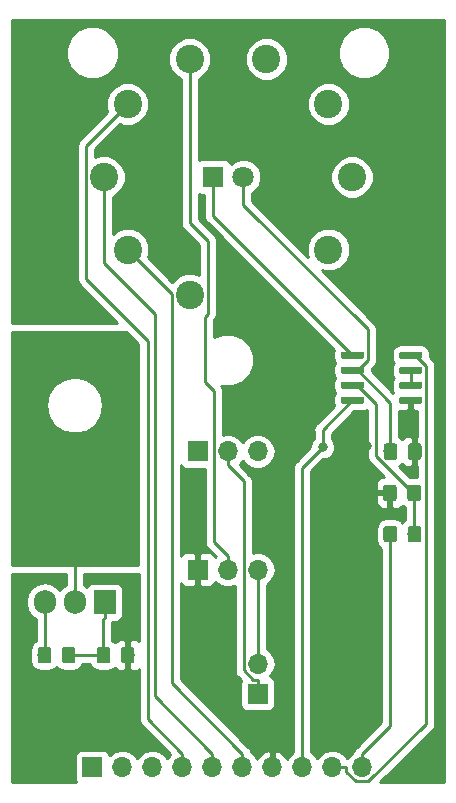
<source format=gtl>
G04 #@! TF.GenerationSoftware,KiCad,Pcbnew,(5.0.2)-1*
G04 #@! TF.CreationDate,2019-04-03T17:46:42+02:00*
G04 #@! TF.ProjectId,Corona_tubeBoard,436f726f-6e61-45f7-9475-6265426f6172,1*
G04 #@! TF.SameCoordinates,Original*
G04 #@! TF.FileFunction,Copper,L1,Top*
G04 #@! TF.FilePolarity,Positive*
%FSLAX46Y46*%
G04 Gerber Fmt 4.6, Leading zero omitted, Abs format (unit mm)*
G04 Created by KiCad (PCBNEW (5.0.2)-1) date 3-4-2019 17:46:42*
%MOMM*%
%LPD*%
G01*
G04 APERTURE LIST*
G04 #@! TA.AperFunction,Conductor*
%ADD10C,0.100000*%
G04 #@! TD*
G04 #@! TA.AperFunction,SMDPad,CuDef*
%ADD11C,0.600000*%
G04 #@! TD*
G04 #@! TA.AperFunction,ComponentPad*
%ADD12O,1.905000X2.000000*%
G04 #@! TD*
G04 #@! TA.AperFunction,ComponentPad*
%ADD13R,1.905000X2.000000*%
G04 #@! TD*
G04 #@! TA.AperFunction,ComponentPad*
%ADD14C,2.397760*%
G04 #@! TD*
G04 #@! TA.AperFunction,ComponentPad*
%ADD15R,1.700000X1.700000*%
G04 #@! TD*
G04 #@! TA.AperFunction,ComponentPad*
%ADD16O,1.700000X1.700000*%
G04 #@! TD*
G04 #@! TA.AperFunction,ComponentPad*
%ADD17C,1.800000*%
G04 #@! TD*
G04 #@! TA.AperFunction,ComponentPad*
%ADD18R,1.800000X1.800000*%
G04 #@! TD*
G04 #@! TA.AperFunction,SMDPad,CuDef*
%ADD19C,1.150000*%
G04 #@! TD*
G04 #@! TA.AperFunction,ViaPad*
%ADD20C,0.800000*%
G04 #@! TD*
G04 #@! TA.AperFunction,Conductor*
%ADD21C,0.250000*%
G04 #@! TD*
G04 #@! TA.AperFunction,Conductor*
%ADD22C,0.254000*%
G04 #@! TD*
G04 APERTURE END LIST*
D10*
G04 #@! TO.N,/+12V.tb*
G04 #@! TO.C,U6*
G36*
X35314703Y-28795722D02*
X35329264Y-28797882D01*
X35343543Y-28801459D01*
X35357403Y-28806418D01*
X35370710Y-28812712D01*
X35383336Y-28820280D01*
X35395159Y-28829048D01*
X35406066Y-28838934D01*
X35415952Y-28849841D01*
X35424720Y-28861664D01*
X35432288Y-28874290D01*
X35438582Y-28887597D01*
X35443541Y-28901457D01*
X35447118Y-28915736D01*
X35449278Y-28930297D01*
X35450000Y-28945000D01*
X35450000Y-29245000D01*
X35449278Y-29259703D01*
X35447118Y-29274264D01*
X35443541Y-29288543D01*
X35438582Y-29302403D01*
X35432288Y-29315710D01*
X35424720Y-29328336D01*
X35415952Y-29340159D01*
X35406066Y-29351066D01*
X35395159Y-29360952D01*
X35383336Y-29369720D01*
X35370710Y-29377288D01*
X35357403Y-29383582D01*
X35343543Y-29388541D01*
X35329264Y-29392118D01*
X35314703Y-29394278D01*
X35300000Y-29395000D01*
X33650000Y-29395000D01*
X33635297Y-29394278D01*
X33620736Y-29392118D01*
X33606457Y-29388541D01*
X33592597Y-29383582D01*
X33579290Y-29377288D01*
X33566664Y-29369720D01*
X33554841Y-29360952D01*
X33543934Y-29351066D01*
X33534048Y-29340159D01*
X33525280Y-29328336D01*
X33517712Y-29315710D01*
X33511418Y-29302403D01*
X33506459Y-29288543D01*
X33502882Y-29274264D01*
X33500722Y-29259703D01*
X33500000Y-29245000D01*
X33500000Y-28945000D01*
X33500722Y-28930297D01*
X33502882Y-28915736D01*
X33506459Y-28901457D01*
X33511418Y-28887597D01*
X33517712Y-28874290D01*
X33525280Y-28861664D01*
X33534048Y-28849841D01*
X33543934Y-28838934D01*
X33554841Y-28829048D01*
X33566664Y-28820280D01*
X33579290Y-28812712D01*
X33592597Y-28806418D01*
X33606457Y-28801459D01*
X33620736Y-28797882D01*
X33635297Y-28795722D01*
X33650000Y-28795000D01*
X35300000Y-28795000D01*
X35314703Y-28795722D01*
X35314703Y-28795722D01*
G37*
D11*
G04 #@! TD*
G04 #@! TO.P,U6,8*
G04 #@! TO.N,/+12V.tb*
X34475000Y-29095000D03*
D10*
G04 #@! TO.N,Net-(U6-Pad6)*
G04 #@! TO.C,U6*
G36*
X35314703Y-30065722D02*
X35329264Y-30067882D01*
X35343543Y-30071459D01*
X35357403Y-30076418D01*
X35370710Y-30082712D01*
X35383336Y-30090280D01*
X35395159Y-30099048D01*
X35406066Y-30108934D01*
X35415952Y-30119841D01*
X35424720Y-30131664D01*
X35432288Y-30144290D01*
X35438582Y-30157597D01*
X35443541Y-30171457D01*
X35447118Y-30185736D01*
X35449278Y-30200297D01*
X35450000Y-30215000D01*
X35450000Y-30515000D01*
X35449278Y-30529703D01*
X35447118Y-30544264D01*
X35443541Y-30558543D01*
X35438582Y-30572403D01*
X35432288Y-30585710D01*
X35424720Y-30598336D01*
X35415952Y-30610159D01*
X35406066Y-30621066D01*
X35395159Y-30630952D01*
X35383336Y-30639720D01*
X35370710Y-30647288D01*
X35357403Y-30653582D01*
X35343543Y-30658541D01*
X35329264Y-30662118D01*
X35314703Y-30664278D01*
X35300000Y-30665000D01*
X33650000Y-30665000D01*
X33635297Y-30664278D01*
X33620736Y-30662118D01*
X33606457Y-30658541D01*
X33592597Y-30653582D01*
X33579290Y-30647288D01*
X33566664Y-30639720D01*
X33554841Y-30630952D01*
X33543934Y-30621066D01*
X33534048Y-30610159D01*
X33525280Y-30598336D01*
X33517712Y-30585710D01*
X33511418Y-30572403D01*
X33506459Y-30558543D01*
X33502882Y-30544264D01*
X33500722Y-30529703D01*
X33500000Y-30515000D01*
X33500000Y-30215000D01*
X33500722Y-30200297D01*
X33502882Y-30185736D01*
X33506459Y-30171457D01*
X33511418Y-30157597D01*
X33517712Y-30144290D01*
X33525280Y-30131664D01*
X33534048Y-30119841D01*
X33543934Y-30108934D01*
X33554841Y-30099048D01*
X33566664Y-30090280D01*
X33579290Y-30082712D01*
X33592597Y-30076418D01*
X33606457Y-30071459D01*
X33620736Y-30067882D01*
X33635297Y-30065722D01*
X33650000Y-30065000D01*
X35300000Y-30065000D01*
X35314703Y-30065722D01*
X35314703Y-30065722D01*
G37*
D11*
G04 #@! TD*
G04 #@! TO.P,U6,7*
G04 #@! TO.N,Net-(U6-Pad6)*
X34475000Y-30365000D03*
D10*
G04 #@! TO.N,Net-(U6-Pad6)*
G04 #@! TO.C,U6*
G36*
X35314703Y-31335722D02*
X35329264Y-31337882D01*
X35343543Y-31341459D01*
X35357403Y-31346418D01*
X35370710Y-31352712D01*
X35383336Y-31360280D01*
X35395159Y-31369048D01*
X35406066Y-31378934D01*
X35415952Y-31389841D01*
X35424720Y-31401664D01*
X35432288Y-31414290D01*
X35438582Y-31427597D01*
X35443541Y-31441457D01*
X35447118Y-31455736D01*
X35449278Y-31470297D01*
X35450000Y-31485000D01*
X35450000Y-31785000D01*
X35449278Y-31799703D01*
X35447118Y-31814264D01*
X35443541Y-31828543D01*
X35438582Y-31842403D01*
X35432288Y-31855710D01*
X35424720Y-31868336D01*
X35415952Y-31880159D01*
X35406066Y-31891066D01*
X35395159Y-31900952D01*
X35383336Y-31909720D01*
X35370710Y-31917288D01*
X35357403Y-31923582D01*
X35343543Y-31928541D01*
X35329264Y-31932118D01*
X35314703Y-31934278D01*
X35300000Y-31935000D01*
X33650000Y-31935000D01*
X33635297Y-31934278D01*
X33620736Y-31932118D01*
X33606457Y-31928541D01*
X33592597Y-31923582D01*
X33579290Y-31917288D01*
X33566664Y-31909720D01*
X33554841Y-31900952D01*
X33543934Y-31891066D01*
X33534048Y-31880159D01*
X33525280Y-31868336D01*
X33517712Y-31855710D01*
X33511418Y-31842403D01*
X33506459Y-31828543D01*
X33502882Y-31814264D01*
X33500722Y-31799703D01*
X33500000Y-31785000D01*
X33500000Y-31485000D01*
X33500722Y-31470297D01*
X33502882Y-31455736D01*
X33506459Y-31441457D01*
X33511418Y-31427597D01*
X33517712Y-31414290D01*
X33525280Y-31401664D01*
X33534048Y-31389841D01*
X33543934Y-31378934D01*
X33554841Y-31369048D01*
X33566664Y-31360280D01*
X33579290Y-31352712D01*
X33592597Y-31346418D01*
X33606457Y-31341459D01*
X33620736Y-31337882D01*
X33635297Y-31335722D01*
X33650000Y-31335000D01*
X35300000Y-31335000D01*
X35314703Y-31335722D01*
X35314703Y-31335722D01*
G37*
D11*
G04 #@! TD*
G04 #@! TO.P,U6,6*
G04 #@! TO.N,Net-(U6-Pad6)*
X34475000Y-31635000D03*
D10*
G04 #@! TO.N,/gnd.tb*
G04 #@! TO.C,U6*
G36*
X35314703Y-32605722D02*
X35329264Y-32607882D01*
X35343543Y-32611459D01*
X35357403Y-32616418D01*
X35370710Y-32622712D01*
X35383336Y-32630280D01*
X35395159Y-32639048D01*
X35406066Y-32648934D01*
X35415952Y-32659841D01*
X35424720Y-32671664D01*
X35432288Y-32684290D01*
X35438582Y-32697597D01*
X35443541Y-32711457D01*
X35447118Y-32725736D01*
X35449278Y-32740297D01*
X35450000Y-32755000D01*
X35450000Y-33055000D01*
X35449278Y-33069703D01*
X35447118Y-33084264D01*
X35443541Y-33098543D01*
X35438582Y-33112403D01*
X35432288Y-33125710D01*
X35424720Y-33138336D01*
X35415952Y-33150159D01*
X35406066Y-33161066D01*
X35395159Y-33170952D01*
X35383336Y-33179720D01*
X35370710Y-33187288D01*
X35357403Y-33193582D01*
X35343543Y-33198541D01*
X35329264Y-33202118D01*
X35314703Y-33204278D01*
X35300000Y-33205000D01*
X33650000Y-33205000D01*
X33635297Y-33204278D01*
X33620736Y-33202118D01*
X33606457Y-33198541D01*
X33592597Y-33193582D01*
X33579290Y-33187288D01*
X33566664Y-33179720D01*
X33554841Y-33170952D01*
X33543934Y-33161066D01*
X33534048Y-33150159D01*
X33525280Y-33138336D01*
X33517712Y-33125710D01*
X33511418Y-33112403D01*
X33506459Y-33098543D01*
X33502882Y-33084264D01*
X33500722Y-33069703D01*
X33500000Y-33055000D01*
X33500000Y-32755000D01*
X33500722Y-32740297D01*
X33502882Y-32725736D01*
X33506459Y-32711457D01*
X33511418Y-32697597D01*
X33517712Y-32684290D01*
X33525280Y-32671664D01*
X33534048Y-32659841D01*
X33543934Y-32648934D01*
X33554841Y-32639048D01*
X33566664Y-32630280D01*
X33579290Y-32622712D01*
X33592597Y-32616418D01*
X33606457Y-32611459D01*
X33620736Y-32607882D01*
X33635297Y-32605722D01*
X33650000Y-32605000D01*
X35300000Y-32605000D01*
X35314703Y-32605722D01*
X35314703Y-32605722D01*
G37*
D11*
G04 #@! TD*
G04 #@! TO.P,U6,5*
G04 #@! TO.N,/gnd.tb*
X34475000Y-32905000D03*
D10*
G04 #@! TO.N,/-12V.tb*
G04 #@! TO.C,U6*
G36*
X30364703Y-32605722D02*
X30379264Y-32607882D01*
X30393543Y-32611459D01*
X30407403Y-32616418D01*
X30420710Y-32622712D01*
X30433336Y-32630280D01*
X30445159Y-32639048D01*
X30456066Y-32648934D01*
X30465952Y-32659841D01*
X30474720Y-32671664D01*
X30482288Y-32684290D01*
X30488582Y-32697597D01*
X30493541Y-32711457D01*
X30497118Y-32725736D01*
X30499278Y-32740297D01*
X30500000Y-32755000D01*
X30500000Y-33055000D01*
X30499278Y-33069703D01*
X30497118Y-33084264D01*
X30493541Y-33098543D01*
X30488582Y-33112403D01*
X30482288Y-33125710D01*
X30474720Y-33138336D01*
X30465952Y-33150159D01*
X30456066Y-33161066D01*
X30445159Y-33170952D01*
X30433336Y-33179720D01*
X30420710Y-33187288D01*
X30407403Y-33193582D01*
X30393543Y-33198541D01*
X30379264Y-33202118D01*
X30364703Y-33204278D01*
X30350000Y-33205000D01*
X28700000Y-33205000D01*
X28685297Y-33204278D01*
X28670736Y-33202118D01*
X28656457Y-33198541D01*
X28642597Y-33193582D01*
X28629290Y-33187288D01*
X28616664Y-33179720D01*
X28604841Y-33170952D01*
X28593934Y-33161066D01*
X28584048Y-33150159D01*
X28575280Y-33138336D01*
X28567712Y-33125710D01*
X28561418Y-33112403D01*
X28556459Y-33098543D01*
X28552882Y-33084264D01*
X28550722Y-33069703D01*
X28550000Y-33055000D01*
X28550000Y-32755000D01*
X28550722Y-32740297D01*
X28552882Y-32725736D01*
X28556459Y-32711457D01*
X28561418Y-32697597D01*
X28567712Y-32684290D01*
X28575280Y-32671664D01*
X28584048Y-32659841D01*
X28593934Y-32648934D01*
X28604841Y-32639048D01*
X28616664Y-32630280D01*
X28629290Y-32622712D01*
X28642597Y-32616418D01*
X28656457Y-32611459D01*
X28670736Y-32607882D01*
X28685297Y-32605722D01*
X28700000Y-32605000D01*
X30350000Y-32605000D01*
X30364703Y-32605722D01*
X30364703Y-32605722D01*
G37*
D11*
G04 #@! TD*
G04 #@! TO.P,U6,4*
G04 #@! TO.N,/-12V.tb*
X29525000Y-32905000D03*
D10*
G04 #@! TO.N,Net-(R102-Pad2)*
G04 #@! TO.C,U6*
G36*
X30364703Y-31335722D02*
X30379264Y-31337882D01*
X30393543Y-31341459D01*
X30407403Y-31346418D01*
X30420710Y-31352712D01*
X30433336Y-31360280D01*
X30445159Y-31369048D01*
X30456066Y-31378934D01*
X30465952Y-31389841D01*
X30474720Y-31401664D01*
X30482288Y-31414290D01*
X30488582Y-31427597D01*
X30493541Y-31441457D01*
X30497118Y-31455736D01*
X30499278Y-31470297D01*
X30500000Y-31485000D01*
X30500000Y-31785000D01*
X30499278Y-31799703D01*
X30497118Y-31814264D01*
X30493541Y-31828543D01*
X30488582Y-31842403D01*
X30482288Y-31855710D01*
X30474720Y-31868336D01*
X30465952Y-31880159D01*
X30456066Y-31891066D01*
X30445159Y-31900952D01*
X30433336Y-31909720D01*
X30420710Y-31917288D01*
X30407403Y-31923582D01*
X30393543Y-31928541D01*
X30379264Y-31932118D01*
X30364703Y-31934278D01*
X30350000Y-31935000D01*
X28700000Y-31935000D01*
X28685297Y-31934278D01*
X28670736Y-31932118D01*
X28656457Y-31928541D01*
X28642597Y-31923582D01*
X28629290Y-31917288D01*
X28616664Y-31909720D01*
X28604841Y-31900952D01*
X28593934Y-31891066D01*
X28584048Y-31880159D01*
X28575280Y-31868336D01*
X28567712Y-31855710D01*
X28561418Y-31842403D01*
X28556459Y-31828543D01*
X28552882Y-31814264D01*
X28550722Y-31799703D01*
X28550000Y-31785000D01*
X28550000Y-31485000D01*
X28550722Y-31470297D01*
X28552882Y-31455736D01*
X28556459Y-31441457D01*
X28561418Y-31427597D01*
X28567712Y-31414290D01*
X28575280Y-31401664D01*
X28584048Y-31389841D01*
X28593934Y-31378934D01*
X28604841Y-31369048D01*
X28616664Y-31360280D01*
X28629290Y-31352712D01*
X28642597Y-31346418D01*
X28656457Y-31341459D01*
X28670736Y-31337882D01*
X28685297Y-31335722D01*
X28700000Y-31335000D01*
X30350000Y-31335000D01*
X30364703Y-31335722D01*
X30364703Y-31335722D01*
G37*
D11*
G04 #@! TD*
G04 #@! TO.P,U6,3*
G04 #@! TO.N,Net-(R102-Pad2)*
X29525000Y-31635000D03*
D10*
G04 #@! TO.N,Net-(D_TUBE1-Pad2)*
G04 #@! TO.C,U6*
G36*
X30364703Y-30065722D02*
X30379264Y-30067882D01*
X30393543Y-30071459D01*
X30407403Y-30076418D01*
X30420710Y-30082712D01*
X30433336Y-30090280D01*
X30445159Y-30099048D01*
X30456066Y-30108934D01*
X30465952Y-30119841D01*
X30474720Y-30131664D01*
X30482288Y-30144290D01*
X30488582Y-30157597D01*
X30493541Y-30171457D01*
X30497118Y-30185736D01*
X30499278Y-30200297D01*
X30500000Y-30215000D01*
X30500000Y-30515000D01*
X30499278Y-30529703D01*
X30497118Y-30544264D01*
X30493541Y-30558543D01*
X30488582Y-30572403D01*
X30482288Y-30585710D01*
X30474720Y-30598336D01*
X30465952Y-30610159D01*
X30456066Y-30621066D01*
X30445159Y-30630952D01*
X30433336Y-30639720D01*
X30420710Y-30647288D01*
X30407403Y-30653582D01*
X30393543Y-30658541D01*
X30379264Y-30662118D01*
X30364703Y-30664278D01*
X30350000Y-30665000D01*
X28700000Y-30665000D01*
X28685297Y-30664278D01*
X28670736Y-30662118D01*
X28656457Y-30658541D01*
X28642597Y-30653582D01*
X28629290Y-30647288D01*
X28616664Y-30639720D01*
X28604841Y-30630952D01*
X28593934Y-30621066D01*
X28584048Y-30610159D01*
X28575280Y-30598336D01*
X28567712Y-30585710D01*
X28561418Y-30572403D01*
X28556459Y-30558543D01*
X28552882Y-30544264D01*
X28550722Y-30529703D01*
X28550000Y-30515000D01*
X28550000Y-30215000D01*
X28550722Y-30200297D01*
X28552882Y-30185736D01*
X28556459Y-30171457D01*
X28561418Y-30157597D01*
X28567712Y-30144290D01*
X28575280Y-30131664D01*
X28584048Y-30119841D01*
X28593934Y-30108934D01*
X28604841Y-30099048D01*
X28616664Y-30090280D01*
X28629290Y-30082712D01*
X28642597Y-30076418D01*
X28656457Y-30071459D01*
X28670736Y-30067882D01*
X28685297Y-30065722D01*
X28700000Y-30065000D01*
X30350000Y-30065000D01*
X30364703Y-30065722D01*
X30364703Y-30065722D01*
G37*
D11*
G04 #@! TD*
G04 #@! TO.P,U6,2*
G04 #@! TO.N,Net-(D_TUBE1-Pad2)*
X29525000Y-30365000D03*
D10*
G04 #@! TO.N,Net-(D_TUBE1-Pad1)*
G04 #@! TO.C,U6*
G36*
X30364703Y-28795722D02*
X30379264Y-28797882D01*
X30393543Y-28801459D01*
X30407403Y-28806418D01*
X30420710Y-28812712D01*
X30433336Y-28820280D01*
X30445159Y-28829048D01*
X30456066Y-28838934D01*
X30465952Y-28849841D01*
X30474720Y-28861664D01*
X30482288Y-28874290D01*
X30488582Y-28887597D01*
X30493541Y-28901457D01*
X30497118Y-28915736D01*
X30499278Y-28930297D01*
X30500000Y-28945000D01*
X30500000Y-29245000D01*
X30499278Y-29259703D01*
X30497118Y-29274264D01*
X30493541Y-29288543D01*
X30488582Y-29302403D01*
X30482288Y-29315710D01*
X30474720Y-29328336D01*
X30465952Y-29340159D01*
X30456066Y-29351066D01*
X30445159Y-29360952D01*
X30433336Y-29369720D01*
X30420710Y-29377288D01*
X30407403Y-29383582D01*
X30393543Y-29388541D01*
X30379264Y-29392118D01*
X30364703Y-29394278D01*
X30350000Y-29395000D01*
X28700000Y-29395000D01*
X28685297Y-29394278D01*
X28670736Y-29392118D01*
X28656457Y-29388541D01*
X28642597Y-29383582D01*
X28629290Y-29377288D01*
X28616664Y-29369720D01*
X28604841Y-29360952D01*
X28593934Y-29351066D01*
X28584048Y-29340159D01*
X28575280Y-29328336D01*
X28567712Y-29315710D01*
X28561418Y-29302403D01*
X28556459Y-29288543D01*
X28552882Y-29274264D01*
X28550722Y-29259703D01*
X28550000Y-29245000D01*
X28550000Y-28945000D01*
X28550722Y-28930297D01*
X28552882Y-28915736D01*
X28556459Y-28901457D01*
X28561418Y-28887597D01*
X28567712Y-28874290D01*
X28575280Y-28861664D01*
X28584048Y-28849841D01*
X28593934Y-28838934D01*
X28604841Y-28829048D01*
X28616664Y-28820280D01*
X28629290Y-28812712D01*
X28642597Y-28806418D01*
X28656457Y-28801459D01*
X28670736Y-28797882D01*
X28685297Y-28795722D01*
X28700000Y-28795000D01*
X30350000Y-28795000D01*
X30364703Y-28795722D01*
X30364703Y-28795722D01*
G37*
D11*
G04 #@! TD*
G04 #@! TO.P,U6,1*
G04 #@! TO.N,Net-(D_TUBE1-Pad1)*
X29525000Y-29095000D03*
D12*
G04 #@! TO.P,U4,3*
G04 #@! TO.N,/-6.3V.tb*
X3460000Y-50000000D03*
G04 #@! TO.P,U4,2*
G04 #@! TO.N,/-12V.tb*
X6000000Y-50000000D03*
D13*
G04 #@! TO.P,U4,1*
G04 #@! TO.N,Net-(RFBB1-Pad2)*
X8540000Y-50000000D03*
G04 #@! TD*
D14*
G04 #@! TO.P,SX1,1*
G04 #@! TO.N,/tube.1.tb*
X27493760Y-20169660D03*
G04 #@! TO.P,SX1,2*
G04 #@! TO.N,/tube.2.tb*
X29497820Y-14000000D03*
G04 #@! TO.P,SX1,3*
G04 #@! TO.N,/tube.3.tb*
X27493760Y-7830340D03*
G04 #@! TO.P,SX1,4*
G04 #@! TO.N,/tube.4.tb*
X22243580Y-4015260D03*
G04 #@! TO.P,SX1,5*
G04 #@! TO.N,Net-(J8-Pad2)*
X15756420Y-4015260D03*
G04 #@! TO.P,SX1,6*
G04 #@! TO.N,/tube.6.tb*
X10506240Y-7830340D03*
G04 #@! TO.P,SX1,7*
G04 #@! TO.N,/tube.7.tb*
X8502180Y-14000000D03*
G04 #@! TO.P,SX1,8*
G04 #@! TO.N,/tube.8.tb*
X10506240Y-20169660D03*
G04 #@! TO.P,SX1,9*
G04 #@! TO.N,N/C*
X15756420Y-23984740D03*
G04 #@! TD*
D15*
G04 #@! TO.P,J5,1*
G04 #@! TO.N,/tube.4.tb*
X21500000Y-57750000D03*
D16*
G04 #@! TO.P,J5,2*
G04 #@! TO.N,Net-(J5-Pad2)*
X21500000Y-55210000D03*
G04 #@! TD*
D17*
G04 #@! TO.P,D_TUBE1,2*
G04 #@! TO.N,Net-(D_TUBE1-Pad2)*
X20290000Y-14000000D03*
D18*
G04 #@! TO.P,D_TUBE1,1*
G04 #@! TO.N,Net-(D_TUBE1-Pad1)*
X17750000Y-14000000D03*
G04 #@! TD*
D15*
G04 #@! TO.P,J6,1*
G04 #@! TO.N,/-12V.tb*
X16420000Y-37250000D03*
D16*
G04 #@! TO.P,J6,2*
G04 #@! TO.N,/tube.4.tb*
X18960000Y-37250000D03*
G04 #@! TO.P,J6,3*
G04 #@! TO.N,/-6.3V.tb*
X21500000Y-37250000D03*
G04 #@! TD*
D15*
G04 #@! TO.P,J8,1*
G04 #@! TO.N,/gnd.tb*
X16420000Y-47250000D03*
D16*
G04 #@! TO.P,J8,2*
G04 #@! TO.N,Net-(J8-Pad2)*
X18960000Y-47250000D03*
G04 #@! TO.P,J8,3*
G04 #@! TO.N,Net-(J5-Pad2)*
X21500000Y-47250000D03*
G04 #@! TD*
D15*
G04 #@! TO.P,J10,1*
G04 #@! TO.N,/tube.1.tb*
X7500000Y-64000000D03*
D16*
G04 #@! TO.P,J10,2*
G04 #@! TO.N,/tube.2.tb*
X10040000Y-64000000D03*
G04 #@! TO.P,J10,3*
G04 #@! TO.N,/tube.3.tb*
X12580000Y-64000000D03*
G04 #@! TO.P,J10,4*
G04 #@! TO.N,/tube.6.tb*
X15120000Y-64000000D03*
G04 #@! TO.P,J10,5*
G04 #@! TO.N,/tube.7.tb*
X17660000Y-64000000D03*
G04 #@! TO.P,J10,6*
G04 #@! TO.N,/tube.8.tb*
X20200000Y-64000000D03*
G04 #@! TO.P,J10,7*
G04 #@! TO.N,/gnd.tb*
X22740000Y-64000000D03*
G04 #@! TO.P,J10,8*
G04 #@! TO.N,/-12V.tb*
X25280000Y-64000000D03*
G04 #@! TO.P,J10,9*
G04 #@! TO.N,/+12V.tb*
X27820000Y-64000000D03*
G04 #@! TO.P,J10,10*
G04 #@! TO.N,/audio.out.tb*
X30360000Y-64000000D03*
G04 #@! TD*
D10*
G04 #@! TO.N,/gnd.tb*
G04 #@! TO.C,R101*
G36*
X35149505Y-36551204D02*
X35173773Y-36554804D01*
X35197572Y-36560765D01*
X35220671Y-36569030D01*
X35242850Y-36579520D01*
X35263893Y-36592132D01*
X35283599Y-36606747D01*
X35301777Y-36623223D01*
X35318253Y-36641401D01*
X35332868Y-36661107D01*
X35345480Y-36682150D01*
X35355970Y-36704329D01*
X35364235Y-36727428D01*
X35370196Y-36751227D01*
X35373796Y-36775495D01*
X35375000Y-36799999D01*
X35375000Y-37700001D01*
X35373796Y-37724505D01*
X35370196Y-37748773D01*
X35364235Y-37772572D01*
X35355970Y-37795671D01*
X35345480Y-37817850D01*
X35332868Y-37838893D01*
X35318253Y-37858599D01*
X35301777Y-37876777D01*
X35283599Y-37893253D01*
X35263893Y-37907868D01*
X35242850Y-37920480D01*
X35220671Y-37930970D01*
X35197572Y-37939235D01*
X35173773Y-37945196D01*
X35149505Y-37948796D01*
X35125001Y-37950000D01*
X34474999Y-37950000D01*
X34450495Y-37948796D01*
X34426227Y-37945196D01*
X34402428Y-37939235D01*
X34379329Y-37930970D01*
X34357150Y-37920480D01*
X34336107Y-37907868D01*
X34316401Y-37893253D01*
X34298223Y-37876777D01*
X34281747Y-37858599D01*
X34267132Y-37838893D01*
X34254520Y-37817850D01*
X34244030Y-37795671D01*
X34235765Y-37772572D01*
X34229804Y-37748773D01*
X34226204Y-37724505D01*
X34225000Y-37700001D01*
X34225000Y-36799999D01*
X34226204Y-36775495D01*
X34229804Y-36751227D01*
X34235765Y-36727428D01*
X34244030Y-36704329D01*
X34254520Y-36682150D01*
X34267132Y-36661107D01*
X34281747Y-36641401D01*
X34298223Y-36623223D01*
X34316401Y-36606747D01*
X34336107Y-36592132D01*
X34357150Y-36579520D01*
X34379329Y-36569030D01*
X34402428Y-36560765D01*
X34426227Y-36554804D01*
X34450495Y-36551204D01*
X34474999Y-36550000D01*
X35125001Y-36550000D01*
X35149505Y-36551204D01*
X35149505Y-36551204D01*
G37*
D19*
G04 #@! TD*
G04 #@! TO.P,R101,2*
G04 #@! TO.N,/gnd.tb*
X34800000Y-37250000D03*
D10*
G04 #@! TO.N,Net-(D_TUBE1-Pad2)*
G04 #@! TO.C,R101*
G36*
X33099505Y-36551204D02*
X33123773Y-36554804D01*
X33147572Y-36560765D01*
X33170671Y-36569030D01*
X33192850Y-36579520D01*
X33213893Y-36592132D01*
X33233599Y-36606747D01*
X33251777Y-36623223D01*
X33268253Y-36641401D01*
X33282868Y-36661107D01*
X33295480Y-36682150D01*
X33305970Y-36704329D01*
X33314235Y-36727428D01*
X33320196Y-36751227D01*
X33323796Y-36775495D01*
X33325000Y-36799999D01*
X33325000Y-37700001D01*
X33323796Y-37724505D01*
X33320196Y-37748773D01*
X33314235Y-37772572D01*
X33305970Y-37795671D01*
X33295480Y-37817850D01*
X33282868Y-37838893D01*
X33268253Y-37858599D01*
X33251777Y-37876777D01*
X33233599Y-37893253D01*
X33213893Y-37907868D01*
X33192850Y-37920480D01*
X33170671Y-37930970D01*
X33147572Y-37939235D01*
X33123773Y-37945196D01*
X33099505Y-37948796D01*
X33075001Y-37950000D01*
X32424999Y-37950000D01*
X32400495Y-37948796D01*
X32376227Y-37945196D01*
X32352428Y-37939235D01*
X32329329Y-37930970D01*
X32307150Y-37920480D01*
X32286107Y-37907868D01*
X32266401Y-37893253D01*
X32248223Y-37876777D01*
X32231747Y-37858599D01*
X32217132Y-37838893D01*
X32204520Y-37817850D01*
X32194030Y-37795671D01*
X32185765Y-37772572D01*
X32179804Y-37748773D01*
X32176204Y-37724505D01*
X32175000Y-37700001D01*
X32175000Y-36799999D01*
X32176204Y-36775495D01*
X32179804Y-36751227D01*
X32185765Y-36727428D01*
X32194030Y-36704329D01*
X32204520Y-36682150D01*
X32217132Y-36661107D01*
X32231747Y-36641401D01*
X32248223Y-36623223D01*
X32266401Y-36606747D01*
X32286107Y-36592132D01*
X32307150Y-36579520D01*
X32329329Y-36569030D01*
X32352428Y-36560765D01*
X32376227Y-36554804D01*
X32400495Y-36551204D01*
X32424999Y-36550000D01*
X33075001Y-36550000D01*
X33099505Y-36551204D01*
X33099505Y-36551204D01*
G37*
D19*
G04 #@! TD*
G04 #@! TO.P,R101,1*
G04 #@! TO.N,Net-(D_TUBE1-Pad2)*
X32750000Y-37250000D03*
D10*
G04 #@! TO.N,/gnd.tb*
G04 #@! TO.C,R102*
G36*
X33049505Y-40051204D02*
X33073773Y-40054804D01*
X33097572Y-40060765D01*
X33120671Y-40069030D01*
X33142850Y-40079520D01*
X33163893Y-40092132D01*
X33183599Y-40106747D01*
X33201777Y-40123223D01*
X33218253Y-40141401D01*
X33232868Y-40161107D01*
X33245480Y-40182150D01*
X33255970Y-40204329D01*
X33264235Y-40227428D01*
X33270196Y-40251227D01*
X33273796Y-40275495D01*
X33275000Y-40299999D01*
X33275000Y-41200001D01*
X33273796Y-41224505D01*
X33270196Y-41248773D01*
X33264235Y-41272572D01*
X33255970Y-41295671D01*
X33245480Y-41317850D01*
X33232868Y-41338893D01*
X33218253Y-41358599D01*
X33201777Y-41376777D01*
X33183599Y-41393253D01*
X33163893Y-41407868D01*
X33142850Y-41420480D01*
X33120671Y-41430970D01*
X33097572Y-41439235D01*
X33073773Y-41445196D01*
X33049505Y-41448796D01*
X33025001Y-41450000D01*
X32374999Y-41450000D01*
X32350495Y-41448796D01*
X32326227Y-41445196D01*
X32302428Y-41439235D01*
X32279329Y-41430970D01*
X32257150Y-41420480D01*
X32236107Y-41407868D01*
X32216401Y-41393253D01*
X32198223Y-41376777D01*
X32181747Y-41358599D01*
X32167132Y-41338893D01*
X32154520Y-41317850D01*
X32144030Y-41295671D01*
X32135765Y-41272572D01*
X32129804Y-41248773D01*
X32126204Y-41224505D01*
X32125000Y-41200001D01*
X32125000Y-40299999D01*
X32126204Y-40275495D01*
X32129804Y-40251227D01*
X32135765Y-40227428D01*
X32144030Y-40204329D01*
X32154520Y-40182150D01*
X32167132Y-40161107D01*
X32181747Y-40141401D01*
X32198223Y-40123223D01*
X32216401Y-40106747D01*
X32236107Y-40092132D01*
X32257150Y-40079520D01*
X32279329Y-40069030D01*
X32302428Y-40060765D01*
X32326227Y-40054804D01*
X32350495Y-40051204D01*
X32374999Y-40050000D01*
X33025001Y-40050000D01*
X33049505Y-40051204D01*
X33049505Y-40051204D01*
G37*
D19*
G04 #@! TD*
G04 #@! TO.P,R102,1*
G04 #@! TO.N,/gnd.tb*
X32700000Y-40750000D03*
D10*
G04 #@! TO.N,Net-(R102-Pad2)*
G04 #@! TO.C,R102*
G36*
X35099505Y-40051204D02*
X35123773Y-40054804D01*
X35147572Y-40060765D01*
X35170671Y-40069030D01*
X35192850Y-40079520D01*
X35213893Y-40092132D01*
X35233599Y-40106747D01*
X35251777Y-40123223D01*
X35268253Y-40141401D01*
X35282868Y-40161107D01*
X35295480Y-40182150D01*
X35305970Y-40204329D01*
X35314235Y-40227428D01*
X35320196Y-40251227D01*
X35323796Y-40275495D01*
X35325000Y-40299999D01*
X35325000Y-41200001D01*
X35323796Y-41224505D01*
X35320196Y-41248773D01*
X35314235Y-41272572D01*
X35305970Y-41295671D01*
X35295480Y-41317850D01*
X35282868Y-41338893D01*
X35268253Y-41358599D01*
X35251777Y-41376777D01*
X35233599Y-41393253D01*
X35213893Y-41407868D01*
X35192850Y-41420480D01*
X35170671Y-41430970D01*
X35147572Y-41439235D01*
X35123773Y-41445196D01*
X35099505Y-41448796D01*
X35075001Y-41450000D01*
X34424999Y-41450000D01*
X34400495Y-41448796D01*
X34376227Y-41445196D01*
X34352428Y-41439235D01*
X34329329Y-41430970D01*
X34307150Y-41420480D01*
X34286107Y-41407868D01*
X34266401Y-41393253D01*
X34248223Y-41376777D01*
X34231747Y-41358599D01*
X34217132Y-41338893D01*
X34204520Y-41317850D01*
X34194030Y-41295671D01*
X34185765Y-41272572D01*
X34179804Y-41248773D01*
X34176204Y-41224505D01*
X34175000Y-41200001D01*
X34175000Y-40299999D01*
X34176204Y-40275495D01*
X34179804Y-40251227D01*
X34185765Y-40227428D01*
X34194030Y-40204329D01*
X34204520Y-40182150D01*
X34217132Y-40161107D01*
X34231747Y-40141401D01*
X34248223Y-40123223D01*
X34266401Y-40106747D01*
X34286107Y-40092132D01*
X34307150Y-40079520D01*
X34329329Y-40069030D01*
X34352428Y-40060765D01*
X34376227Y-40054804D01*
X34400495Y-40051204D01*
X34424999Y-40050000D01*
X35075001Y-40050000D01*
X35099505Y-40051204D01*
X35099505Y-40051204D01*
G37*
D19*
G04 #@! TD*
G04 #@! TO.P,R102,2*
G04 #@! TO.N,Net-(R102-Pad2)*
X34750000Y-40750000D03*
D10*
G04 #@! TO.N,/audio.out.tb*
G04 #@! TO.C,R103*
G36*
X33074505Y-43551204D02*
X33098773Y-43554804D01*
X33122572Y-43560765D01*
X33145671Y-43569030D01*
X33167850Y-43579520D01*
X33188893Y-43592132D01*
X33208599Y-43606747D01*
X33226777Y-43623223D01*
X33243253Y-43641401D01*
X33257868Y-43661107D01*
X33270480Y-43682150D01*
X33280970Y-43704329D01*
X33289235Y-43727428D01*
X33295196Y-43751227D01*
X33298796Y-43775495D01*
X33300000Y-43799999D01*
X33300000Y-44700001D01*
X33298796Y-44724505D01*
X33295196Y-44748773D01*
X33289235Y-44772572D01*
X33280970Y-44795671D01*
X33270480Y-44817850D01*
X33257868Y-44838893D01*
X33243253Y-44858599D01*
X33226777Y-44876777D01*
X33208599Y-44893253D01*
X33188893Y-44907868D01*
X33167850Y-44920480D01*
X33145671Y-44930970D01*
X33122572Y-44939235D01*
X33098773Y-44945196D01*
X33074505Y-44948796D01*
X33050001Y-44950000D01*
X32399999Y-44950000D01*
X32375495Y-44948796D01*
X32351227Y-44945196D01*
X32327428Y-44939235D01*
X32304329Y-44930970D01*
X32282150Y-44920480D01*
X32261107Y-44907868D01*
X32241401Y-44893253D01*
X32223223Y-44876777D01*
X32206747Y-44858599D01*
X32192132Y-44838893D01*
X32179520Y-44817850D01*
X32169030Y-44795671D01*
X32160765Y-44772572D01*
X32154804Y-44748773D01*
X32151204Y-44724505D01*
X32150000Y-44700001D01*
X32150000Y-43799999D01*
X32151204Y-43775495D01*
X32154804Y-43751227D01*
X32160765Y-43727428D01*
X32169030Y-43704329D01*
X32179520Y-43682150D01*
X32192132Y-43661107D01*
X32206747Y-43641401D01*
X32223223Y-43623223D01*
X32241401Y-43606747D01*
X32261107Y-43592132D01*
X32282150Y-43579520D01*
X32304329Y-43569030D01*
X32327428Y-43560765D01*
X32351227Y-43554804D01*
X32375495Y-43551204D01*
X32399999Y-43550000D01*
X33050001Y-43550000D01*
X33074505Y-43551204D01*
X33074505Y-43551204D01*
G37*
D19*
G04 #@! TD*
G04 #@! TO.P,R103,1*
G04 #@! TO.N,/audio.out.tb*
X32725000Y-44250000D03*
D10*
G04 #@! TO.N,Net-(R102-Pad2)*
G04 #@! TO.C,R103*
G36*
X35124505Y-43551204D02*
X35148773Y-43554804D01*
X35172572Y-43560765D01*
X35195671Y-43569030D01*
X35217850Y-43579520D01*
X35238893Y-43592132D01*
X35258599Y-43606747D01*
X35276777Y-43623223D01*
X35293253Y-43641401D01*
X35307868Y-43661107D01*
X35320480Y-43682150D01*
X35330970Y-43704329D01*
X35339235Y-43727428D01*
X35345196Y-43751227D01*
X35348796Y-43775495D01*
X35350000Y-43799999D01*
X35350000Y-44700001D01*
X35348796Y-44724505D01*
X35345196Y-44748773D01*
X35339235Y-44772572D01*
X35330970Y-44795671D01*
X35320480Y-44817850D01*
X35307868Y-44838893D01*
X35293253Y-44858599D01*
X35276777Y-44876777D01*
X35258599Y-44893253D01*
X35238893Y-44907868D01*
X35217850Y-44920480D01*
X35195671Y-44930970D01*
X35172572Y-44939235D01*
X35148773Y-44945196D01*
X35124505Y-44948796D01*
X35100001Y-44950000D01*
X34449999Y-44950000D01*
X34425495Y-44948796D01*
X34401227Y-44945196D01*
X34377428Y-44939235D01*
X34354329Y-44930970D01*
X34332150Y-44920480D01*
X34311107Y-44907868D01*
X34291401Y-44893253D01*
X34273223Y-44876777D01*
X34256747Y-44858599D01*
X34242132Y-44838893D01*
X34229520Y-44817850D01*
X34219030Y-44795671D01*
X34210765Y-44772572D01*
X34204804Y-44748773D01*
X34201204Y-44724505D01*
X34200000Y-44700001D01*
X34200000Y-43799999D01*
X34201204Y-43775495D01*
X34204804Y-43751227D01*
X34210765Y-43727428D01*
X34219030Y-43704329D01*
X34229520Y-43682150D01*
X34242132Y-43661107D01*
X34256747Y-43641401D01*
X34273223Y-43623223D01*
X34291401Y-43606747D01*
X34311107Y-43592132D01*
X34332150Y-43579520D01*
X34354329Y-43569030D01*
X34377428Y-43560765D01*
X34401227Y-43554804D01*
X34425495Y-43551204D01*
X34449999Y-43550000D01*
X35100001Y-43550000D01*
X35124505Y-43551204D01*
X35124505Y-43551204D01*
G37*
D19*
G04 #@! TD*
G04 #@! TO.P,R103,2*
G04 #@! TO.N,Net-(R102-Pad2)*
X34775000Y-44250000D03*
D10*
G04 #@! TO.N,/gnd.tb*
G04 #@! TO.C,RFBB1*
G36*
X10849505Y-53801204D02*
X10873773Y-53804804D01*
X10897572Y-53810765D01*
X10920671Y-53819030D01*
X10942850Y-53829520D01*
X10963893Y-53842132D01*
X10983599Y-53856747D01*
X11001777Y-53873223D01*
X11018253Y-53891401D01*
X11032868Y-53911107D01*
X11045480Y-53932150D01*
X11055970Y-53954329D01*
X11064235Y-53977428D01*
X11070196Y-54001227D01*
X11073796Y-54025495D01*
X11075000Y-54049999D01*
X11075000Y-54950001D01*
X11073796Y-54974505D01*
X11070196Y-54998773D01*
X11064235Y-55022572D01*
X11055970Y-55045671D01*
X11045480Y-55067850D01*
X11032868Y-55088893D01*
X11018253Y-55108599D01*
X11001777Y-55126777D01*
X10983599Y-55143253D01*
X10963893Y-55157868D01*
X10942850Y-55170480D01*
X10920671Y-55180970D01*
X10897572Y-55189235D01*
X10873773Y-55195196D01*
X10849505Y-55198796D01*
X10825001Y-55200000D01*
X10174999Y-55200000D01*
X10150495Y-55198796D01*
X10126227Y-55195196D01*
X10102428Y-55189235D01*
X10079329Y-55180970D01*
X10057150Y-55170480D01*
X10036107Y-55157868D01*
X10016401Y-55143253D01*
X9998223Y-55126777D01*
X9981747Y-55108599D01*
X9967132Y-55088893D01*
X9954520Y-55067850D01*
X9944030Y-55045671D01*
X9935765Y-55022572D01*
X9929804Y-54998773D01*
X9926204Y-54974505D01*
X9925000Y-54950001D01*
X9925000Y-54049999D01*
X9926204Y-54025495D01*
X9929804Y-54001227D01*
X9935765Y-53977428D01*
X9944030Y-53954329D01*
X9954520Y-53932150D01*
X9967132Y-53911107D01*
X9981747Y-53891401D01*
X9998223Y-53873223D01*
X10016401Y-53856747D01*
X10036107Y-53842132D01*
X10057150Y-53829520D01*
X10079329Y-53819030D01*
X10102428Y-53810765D01*
X10126227Y-53804804D01*
X10150495Y-53801204D01*
X10174999Y-53800000D01*
X10825001Y-53800000D01*
X10849505Y-53801204D01*
X10849505Y-53801204D01*
G37*
D19*
G04 #@! TD*
G04 #@! TO.P,RFBB1,1*
G04 #@! TO.N,/gnd.tb*
X10500000Y-54500000D03*
D10*
G04 #@! TO.N,Net-(RFBB1-Pad2)*
G04 #@! TO.C,RFBB1*
G36*
X8799505Y-53801204D02*
X8823773Y-53804804D01*
X8847572Y-53810765D01*
X8870671Y-53819030D01*
X8892850Y-53829520D01*
X8913893Y-53842132D01*
X8933599Y-53856747D01*
X8951777Y-53873223D01*
X8968253Y-53891401D01*
X8982868Y-53911107D01*
X8995480Y-53932150D01*
X9005970Y-53954329D01*
X9014235Y-53977428D01*
X9020196Y-54001227D01*
X9023796Y-54025495D01*
X9025000Y-54049999D01*
X9025000Y-54950001D01*
X9023796Y-54974505D01*
X9020196Y-54998773D01*
X9014235Y-55022572D01*
X9005970Y-55045671D01*
X8995480Y-55067850D01*
X8982868Y-55088893D01*
X8968253Y-55108599D01*
X8951777Y-55126777D01*
X8933599Y-55143253D01*
X8913893Y-55157868D01*
X8892850Y-55170480D01*
X8870671Y-55180970D01*
X8847572Y-55189235D01*
X8823773Y-55195196D01*
X8799505Y-55198796D01*
X8775001Y-55200000D01*
X8124999Y-55200000D01*
X8100495Y-55198796D01*
X8076227Y-55195196D01*
X8052428Y-55189235D01*
X8029329Y-55180970D01*
X8007150Y-55170480D01*
X7986107Y-55157868D01*
X7966401Y-55143253D01*
X7948223Y-55126777D01*
X7931747Y-55108599D01*
X7917132Y-55088893D01*
X7904520Y-55067850D01*
X7894030Y-55045671D01*
X7885765Y-55022572D01*
X7879804Y-54998773D01*
X7876204Y-54974505D01*
X7875000Y-54950001D01*
X7875000Y-54049999D01*
X7876204Y-54025495D01*
X7879804Y-54001227D01*
X7885765Y-53977428D01*
X7894030Y-53954329D01*
X7904520Y-53932150D01*
X7917132Y-53911107D01*
X7931747Y-53891401D01*
X7948223Y-53873223D01*
X7966401Y-53856747D01*
X7986107Y-53842132D01*
X8007150Y-53829520D01*
X8029329Y-53819030D01*
X8052428Y-53810765D01*
X8076227Y-53804804D01*
X8100495Y-53801204D01*
X8124999Y-53800000D01*
X8775001Y-53800000D01*
X8799505Y-53801204D01*
X8799505Y-53801204D01*
G37*
D19*
G04 #@! TD*
G04 #@! TO.P,RFBB1,2*
G04 #@! TO.N,Net-(RFBB1-Pad2)*
X8450000Y-54500000D03*
D10*
G04 #@! TO.N,/-6.3V.tb*
G04 #@! TO.C,RFBT1*
G36*
X3799505Y-53801204D02*
X3823773Y-53804804D01*
X3847572Y-53810765D01*
X3870671Y-53819030D01*
X3892850Y-53829520D01*
X3913893Y-53842132D01*
X3933599Y-53856747D01*
X3951777Y-53873223D01*
X3968253Y-53891401D01*
X3982868Y-53911107D01*
X3995480Y-53932150D01*
X4005970Y-53954329D01*
X4014235Y-53977428D01*
X4020196Y-54001227D01*
X4023796Y-54025495D01*
X4025000Y-54049999D01*
X4025000Y-54950001D01*
X4023796Y-54974505D01*
X4020196Y-54998773D01*
X4014235Y-55022572D01*
X4005970Y-55045671D01*
X3995480Y-55067850D01*
X3982868Y-55088893D01*
X3968253Y-55108599D01*
X3951777Y-55126777D01*
X3933599Y-55143253D01*
X3913893Y-55157868D01*
X3892850Y-55170480D01*
X3870671Y-55180970D01*
X3847572Y-55189235D01*
X3823773Y-55195196D01*
X3799505Y-55198796D01*
X3775001Y-55200000D01*
X3124999Y-55200000D01*
X3100495Y-55198796D01*
X3076227Y-55195196D01*
X3052428Y-55189235D01*
X3029329Y-55180970D01*
X3007150Y-55170480D01*
X2986107Y-55157868D01*
X2966401Y-55143253D01*
X2948223Y-55126777D01*
X2931747Y-55108599D01*
X2917132Y-55088893D01*
X2904520Y-55067850D01*
X2894030Y-55045671D01*
X2885765Y-55022572D01*
X2879804Y-54998773D01*
X2876204Y-54974505D01*
X2875000Y-54950001D01*
X2875000Y-54049999D01*
X2876204Y-54025495D01*
X2879804Y-54001227D01*
X2885765Y-53977428D01*
X2894030Y-53954329D01*
X2904520Y-53932150D01*
X2917132Y-53911107D01*
X2931747Y-53891401D01*
X2948223Y-53873223D01*
X2966401Y-53856747D01*
X2986107Y-53842132D01*
X3007150Y-53829520D01*
X3029329Y-53819030D01*
X3052428Y-53810765D01*
X3076227Y-53804804D01*
X3100495Y-53801204D01*
X3124999Y-53800000D01*
X3775001Y-53800000D01*
X3799505Y-53801204D01*
X3799505Y-53801204D01*
G37*
D19*
G04 #@! TD*
G04 #@! TO.P,RFBT1,2*
G04 #@! TO.N,/-6.3V.tb*
X3450000Y-54500000D03*
D10*
G04 #@! TO.N,Net-(RFBB1-Pad2)*
G04 #@! TO.C,RFBT1*
G36*
X5849505Y-53801204D02*
X5873773Y-53804804D01*
X5897572Y-53810765D01*
X5920671Y-53819030D01*
X5942850Y-53829520D01*
X5963893Y-53842132D01*
X5983599Y-53856747D01*
X6001777Y-53873223D01*
X6018253Y-53891401D01*
X6032868Y-53911107D01*
X6045480Y-53932150D01*
X6055970Y-53954329D01*
X6064235Y-53977428D01*
X6070196Y-54001227D01*
X6073796Y-54025495D01*
X6075000Y-54049999D01*
X6075000Y-54950001D01*
X6073796Y-54974505D01*
X6070196Y-54998773D01*
X6064235Y-55022572D01*
X6055970Y-55045671D01*
X6045480Y-55067850D01*
X6032868Y-55088893D01*
X6018253Y-55108599D01*
X6001777Y-55126777D01*
X5983599Y-55143253D01*
X5963893Y-55157868D01*
X5942850Y-55170480D01*
X5920671Y-55180970D01*
X5897572Y-55189235D01*
X5873773Y-55195196D01*
X5849505Y-55198796D01*
X5825001Y-55200000D01*
X5174999Y-55200000D01*
X5150495Y-55198796D01*
X5126227Y-55195196D01*
X5102428Y-55189235D01*
X5079329Y-55180970D01*
X5057150Y-55170480D01*
X5036107Y-55157868D01*
X5016401Y-55143253D01*
X4998223Y-55126777D01*
X4981747Y-55108599D01*
X4967132Y-55088893D01*
X4954520Y-55067850D01*
X4944030Y-55045671D01*
X4935765Y-55022572D01*
X4929804Y-54998773D01*
X4926204Y-54974505D01*
X4925000Y-54950001D01*
X4925000Y-54049999D01*
X4926204Y-54025495D01*
X4929804Y-54001227D01*
X4935765Y-53977428D01*
X4944030Y-53954329D01*
X4954520Y-53932150D01*
X4967132Y-53911107D01*
X4981747Y-53891401D01*
X4998223Y-53873223D01*
X5016401Y-53856747D01*
X5036107Y-53842132D01*
X5057150Y-53829520D01*
X5079329Y-53819030D01*
X5102428Y-53810765D01*
X5126227Y-53804804D01*
X5150495Y-53801204D01*
X5174999Y-53800000D01*
X5825001Y-53800000D01*
X5849505Y-53801204D01*
X5849505Y-53801204D01*
G37*
D19*
G04 #@! TD*
G04 #@! TO.P,RFBT1,1*
G04 #@! TO.N,Net-(RFBB1-Pad2)*
X5500000Y-54500000D03*
D20*
G04 #@! TO.N,/-12V.tb*
X27004400Y-36893500D03*
X6000000Y-45500000D03*
G04 #@! TO.N,/gnd.tb*
X34500000Y-34750000D03*
X30750000Y-36750000D03*
X10500000Y-57250000D03*
X36750000Y-1250000D03*
G04 #@! TD*
D21*
G04 #@! TO.N,Net-(D_TUBE1-Pad2)*
X29982900Y-30365000D02*
X29525000Y-30365000D01*
X32750000Y-37250000D02*
X32750000Y-33132100D01*
X32750000Y-33132100D02*
X29982900Y-30365000D01*
X20290000Y-14000000D02*
X20290000Y-16368000D01*
X20290000Y-16368000D02*
X30826000Y-26904000D01*
X30826000Y-26904000D02*
X30826000Y-29521900D01*
X30826000Y-29521900D02*
X29982900Y-30365000D01*
G04 #@! TO.N,Net-(J5-Pad2)*
X21500000Y-47250000D02*
X21500000Y-55210000D01*
G04 #@! TO.N,Net-(D_TUBE1-Pad1)*
X17750000Y-14000000D02*
X17750000Y-17320000D01*
X17750000Y-17320000D02*
X29525000Y-29095000D01*
G04 #@! TO.N,Net-(J8-Pad2)*
X18960000Y-47250000D02*
X18960000Y-46074700D01*
X18960000Y-46074700D02*
X17784700Y-44899400D01*
X17784700Y-44899400D02*
X17784700Y-32123200D01*
X17784700Y-32123200D02*
X17062100Y-31400600D01*
X17062100Y-31400600D02*
X17062100Y-25842900D01*
X17062100Y-25842900D02*
X17299600Y-25605400D01*
X17299600Y-25605400D02*
X17299600Y-19420400D01*
X17299600Y-19420400D02*
X15756400Y-17877200D01*
X15756400Y-17877200D02*
X15756400Y-4015300D01*
G04 #@! TO.N,Net-(U6-Pad6)*
X34475000Y-31635000D02*
X34475000Y-30365000D01*
G04 #@! TO.N,/tube.4.tb*
X21500000Y-57750000D02*
X21500000Y-56574700D01*
X18960000Y-37250000D02*
X18960000Y-38425300D01*
X18960000Y-38425300D02*
X20324700Y-39790000D01*
X20324700Y-39790000D02*
X20324700Y-55766800D01*
X20324700Y-55766800D02*
X21132600Y-56574700D01*
X21132600Y-56574700D02*
X21500000Y-56574700D01*
G04 #@! TO.N,/-12V.tb*
X27004400Y-36893500D02*
X25280000Y-38617900D01*
X25280000Y-38617900D02*
X25280000Y-64000000D01*
X27004400Y-36893500D02*
X27004400Y-35425600D01*
X27004400Y-35425600D02*
X29525000Y-32905000D01*
X6000000Y-50000000D02*
X6000000Y-45500000D01*
G04 #@! TO.N,/-6.3V.tb*
X3450000Y-54500000D02*
X3460000Y-54490000D01*
X3460000Y-54490000D02*
X3460000Y-50000000D01*
G04 #@! TO.N,/tube.6.tb*
X15120000Y-64000000D02*
X15120000Y-62824700D01*
X15120000Y-62824700D02*
X12234000Y-59938700D01*
X12234000Y-59938700D02*
X12234000Y-27902600D01*
X12234000Y-27902600D02*
X6970400Y-22639000D01*
X6970400Y-22639000D02*
X6970400Y-11366100D01*
X6970400Y-11366100D02*
X10506200Y-7830300D01*
G04 #@! TO.N,/tube.7.tb*
X17660000Y-64000000D02*
X17660000Y-62824700D01*
X17660000Y-62824700D02*
X12774300Y-57939000D01*
X12774300Y-57939000D02*
X12774300Y-25571900D01*
X12774300Y-25571900D02*
X8502200Y-21299800D01*
X8502200Y-21299800D02*
X8502200Y-14000000D01*
G04 #@! TO.N,/tube.8.tb*
X20200000Y-64000000D02*
X20200000Y-62824700D01*
X20200000Y-62824700D02*
X14232100Y-56856800D01*
X14232100Y-56856800D02*
X14232100Y-23895600D01*
X14232100Y-23895600D02*
X10506200Y-20169700D01*
G04 #@! TO.N,/+12V.tb*
X27820000Y-64000000D02*
X28995300Y-64000000D01*
X34475000Y-29095000D02*
X34852500Y-29095000D01*
X34852500Y-29095000D02*
X35779700Y-30022200D01*
X35779700Y-30022200D02*
X35779700Y-60287100D01*
X35779700Y-60287100D02*
X30879600Y-65187200D01*
X30879600Y-65187200D02*
X29817200Y-65187200D01*
X29817200Y-65187200D02*
X28995300Y-64365300D01*
X28995300Y-64365300D02*
X28995300Y-64000000D01*
G04 #@! TO.N,/audio.out.tb*
X30360000Y-64000000D02*
X30360000Y-62824700D01*
X32725000Y-44250000D02*
X32725000Y-60459700D01*
X32725000Y-60459700D02*
X30360000Y-62824700D01*
G04 #@! TO.N,Net-(R102-Pad2)*
X29525000Y-31635000D02*
X29902300Y-31635000D01*
X29902300Y-31635000D02*
X31503300Y-33236000D01*
X31503300Y-33236000D02*
X31503300Y-37607100D01*
X31503300Y-37607100D02*
X34646200Y-40750000D01*
X34646200Y-40750000D02*
X34750000Y-40750000D01*
X34775000Y-44250000D02*
X34750000Y-44225000D01*
X34750000Y-44225000D02*
X34750000Y-40750000D01*
G04 #@! TO.N,Net-(RFBB1-Pad2)*
X5500000Y-54500000D02*
X8450000Y-54500000D01*
X8540000Y-50000000D02*
X8540000Y-51325300D01*
X8450000Y-54500000D02*
X8450000Y-51415300D01*
X8450000Y-51415300D02*
X8540000Y-51325300D01*
G04 #@! TD*
D22*
G04 #@! TO.N,/gnd.tb*
G36*
X5240000Y-48551048D02*
X4855477Y-48807977D01*
X4730000Y-48995767D01*
X4604523Y-48807977D01*
X4079411Y-48457109D01*
X3460000Y-48333900D01*
X2840590Y-48457109D01*
X2315477Y-48807977D01*
X1964609Y-49333089D01*
X1872500Y-49796150D01*
X1872500Y-50203849D01*
X1964609Y-50666910D01*
X2315477Y-51192023D01*
X2700001Y-51448953D01*
X2700000Y-53275372D01*
X2490414Y-53415414D01*
X2295873Y-53706564D01*
X2227560Y-54049999D01*
X2227560Y-54950001D01*
X2295873Y-55293436D01*
X2490414Y-55584586D01*
X2781564Y-55779127D01*
X3124999Y-55847440D01*
X3775001Y-55847440D01*
X4118436Y-55779127D01*
X4409586Y-55584586D01*
X4475000Y-55486687D01*
X4540414Y-55584586D01*
X4831564Y-55779127D01*
X5174999Y-55847440D01*
X5825001Y-55847440D01*
X6168436Y-55779127D01*
X6459586Y-55584586D01*
X6654127Y-55293436D01*
X6660778Y-55260000D01*
X7289222Y-55260000D01*
X7295873Y-55293436D01*
X7490414Y-55584586D01*
X7781564Y-55779127D01*
X8124999Y-55847440D01*
X8775001Y-55847440D01*
X9118436Y-55779127D01*
X9409586Y-55584586D01*
X9410377Y-55583403D01*
X9565302Y-55738327D01*
X9798691Y-55835000D01*
X10214250Y-55835000D01*
X10373000Y-55676250D01*
X10373000Y-54627000D01*
X10353000Y-54627000D01*
X10353000Y-54373000D01*
X10373000Y-54373000D01*
X10373000Y-53323750D01*
X10214250Y-53165000D01*
X9798691Y-53165000D01*
X9565302Y-53261673D01*
X9410377Y-53416597D01*
X9409586Y-53415414D01*
X9210000Y-53282054D01*
X9210000Y-51690537D01*
X9238797Y-51647440D01*
X9492500Y-51647440D01*
X9740265Y-51598157D01*
X9950309Y-51457809D01*
X10090657Y-51247765D01*
X10139940Y-51000000D01*
X10139940Y-49000000D01*
X10090657Y-48752235D01*
X9950309Y-48542191D01*
X9740265Y-48401843D01*
X9492500Y-48352560D01*
X7587500Y-48352560D01*
X7339735Y-48401843D01*
X7129691Y-48542191D01*
X7011491Y-48719088D01*
X6760000Y-48551047D01*
X6760000Y-47635000D01*
X11474000Y-47635000D01*
X11474000Y-53300975D01*
X11434698Y-53261673D01*
X11201309Y-53165000D01*
X10785750Y-53165000D01*
X10627000Y-53323750D01*
X10627000Y-54373000D01*
X10647000Y-54373000D01*
X10647000Y-54627000D01*
X10627000Y-54627000D01*
X10627000Y-55676250D01*
X10785750Y-55835000D01*
X11201309Y-55835000D01*
X11434698Y-55738327D01*
X11474000Y-55699025D01*
X11474000Y-59863853D01*
X11459112Y-59938700D01*
X11474000Y-60013547D01*
X11474000Y-60013551D01*
X11518096Y-60235236D01*
X11686071Y-60486629D01*
X11749530Y-60529031D01*
X14109619Y-62889121D01*
X14049375Y-62929375D01*
X13850000Y-63227761D01*
X13650625Y-62929375D01*
X13159418Y-62601161D01*
X12726256Y-62515000D01*
X12433744Y-62515000D01*
X12000582Y-62601161D01*
X11509375Y-62929375D01*
X11310000Y-63227761D01*
X11110625Y-62929375D01*
X10619418Y-62601161D01*
X10186256Y-62515000D01*
X9893744Y-62515000D01*
X9460582Y-62601161D01*
X8969375Y-62929375D01*
X8957184Y-62947619D01*
X8948157Y-62902235D01*
X8807809Y-62692191D01*
X8597765Y-62551843D01*
X8350000Y-62502560D01*
X6650000Y-62502560D01*
X6402235Y-62551843D01*
X6192191Y-62692191D01*
X6051843Y-62902235D01*
X6002560Y-63150000D01*
X6002560Y-64850000D01*
X6051843Y-65097765D01*
X6163587Y-65265000D01*
X735000Y-65265000D01*
X735000Y-47635000D01*
X5240001Y-47635000D01*
X5240000Y-48551048D01*
X5240000Y-48551048D01*
G37*
X5240000Y-48551048D02*
X4855477Y-48807977D01*
X4730000Y-48995767D01*
X4604523Y-48807977D01*
X4079411Y-48457109D01*
X3460000Y-48333900D01*
X2840590Y-48457109D01*
X2315477Y-48807977D01*
X1964609Y-49333089D01*
X1872500Y-49796150D01*
X1872500Y-50203849D01*
X1964609Y-50666910D01*
X2315477Y-51192023D01*
X2700001Y-51448953D01*
X2700000Y-53275372D01*
X2490414Y-53415414D01*
X2295873Y-53706564D01*
X2227560Y-54049999D01*
X2227560Y-54950001D01*
X2295873Y-55293436D01*
X2490414Y-55584586D01*
X2781564Y-55779127D01*
X3124999Y-55847440D01*
X3775001Y-55847440D01*
X4118436Y-55779127D01*
X4409586Y-55584586D01*
X4475000Y-55486687D01*
X4540414Y-55584586D01*
X4831564Y-55779127D01*
X5174999Y-55847440D01*
X5825001Y-55847440D01*
X6168436Y-55779127D01*
X6459586Y-55584586D01*
X6654127Y-55293436D01*
X6660778Y-55260000D01*
X7289222Y-55260000D01*
X7295873Y-55293436D01*
X7490414Y-55584586D01*
X7781564Y-55779127D01*
X8124999Y-55847440D01*
X8775001Y-55847440D01*
X9118436Y-55779127D01*
X9409586Y-55584586D01*
X9410377Y-55583403D01*
X9565302Y-55738327D01*
X9798691Y-55835000D01*
X10214250Y-55835000D01*
X10373000Y-55676250D01*
X10373000Y-54627000D01*
X10353000Y-54627000D01*
X10353000Y-54373000D01*
X10373000Y-54373000D01*
X10373000Y-53323750D01*
X10214250Y-53165000D01*
X9798691Y-53165000D01*
X9565302Y-53261673D01*
X9410377Y-53416597D01*
X9409586Y-53415414D01*
X9210000Y-53282054D01*
X9210000Y-51690537D01*
X9238797Y-51647440D01*
X9492500Y-51647440D01*
X9740265Y-51598157D01*
X9950309Y-51457809D01*
X10090657Y-51247765D01*
X10139940Y-51000000D01*
X10139940Y-49000000D01*
X10090657Y-48752235D01*
X9950309Y-48542191D01*
X9740265Y-48401843D01*
X9492500Y-48352560D01*
X7587500Y-48352560D01*
X7339735Y-48401843D01*
X7129691Y-48542191D01*
X7011491Y-48719088D01*
X6760000Y-48551047D01*
X6760000Y-47635000D01*
X11474000Y-47635000D01*
X11474000Y-53300975D01*
X11434698Y-53261673D01*
X11201309Y-53165000D01*
X10785750Y-53165000D01*
X10627000Y-53323750D01*
X10627000Y-54373000D01*
X10647000Y-54373000D01*
X10647000Y-54627000D01*
X10627000Y-54627000D01*
X10627000Y-55676250D01*
X10785750Y-55835000D01*
X11201309Y-55835000D01*
X11434698Y-55738327D01*
X11474000Y-55699025D01*
X11474000Y-59863853D01*
X11459112Y-59938700D01*
X11474000Y-60013547D01*
X11474000Y-60013551D01*
X11518096Y-60235236D01*
X11686071Y-60486629D01*
X11749530Y-60529031D01*
X14109619Y-62889121D01*
X14049375Y-62929375D01*
X13850000Y-63227761D01*
X13650625Y-62929375D01*
X13159418Y-62601161D01*
X12726256Y-62515000D01*
X12433744Y-62515000D01*
X12000582Y-62601161D01*
X11509375Y-62929375D01*
X11310000Y-63227761D01*
X11110625Y-62929375D01*
X10619418Y-62601161D01*
X10186256Y-62515000D01*
X9893744Y-62515000D01*
X9460582Y-62601161D01*
X8969375Y-62929375D01*
X8957184Y-62947619D01*
X8948157Y-62902235D01*
X8807809Y-62692191D01*
X8597765Y-62551843D01*
X8350000Y-62502560D01*
X6650000Y-62502560D01*
X6402235Y-62551843D01*
X6192191Y-62692191D01*
X6051843Y-62902235D01*
X6002560Y-63150000D01*
X6002560Y-64850000D01*
X6051843Y-65097765D01*
X6163587Y-65265000D01*
X735000Y-65265000D01*
X735000Y-47635000D01*
X5240001Y-47635000D01*
X5240000Y-48551048D01*
G36*
X37265001Y-65265000D02*
X31876601Y-65265000D01*
X36264173Y-60877429D01*
X36327629Y-60835029D01*
X36495604Y-60583637D01*
X36539700Y-60361952D01*
X36539700Y-60361947D01*
X36554588Y-60287100D01*
X36539700Y-60212253D01*
X36539700Y-30097048D01*
X36554588Y-30022200D01*
X36539700Y-29947352D01*
X36539700Y-29947348D01*
X36495604Y-29725663D01*
X36495604Y-29725662D01*
X36370029Y-29537727D01*
X36327629Y-29474271D01*
X36264173Y-29431871D01*
X36094099Y-29261797D01*
X36097440Y-29245000D01*
X36097440Y-28945000D01*
X36036738Y-28639833D01*
X35863875Y-28381125D01*
X35605167Y-28208262D01*
X35300000Y-28147560D01*
X33650000Y-28147560D01*
X33344833Y-28208262D01*
X33086125Y-28381125D01*
X32913262Y-28639833D01*
X32852560Y-28945000D01*
X32852560Y-29245000D01*
X32913262Y-29550167D01*
X33033422Y-29730000D01*
X32913262Y-29909833D01*
X32852560Y-30215000D01*
X32852560Y-30515000D01*
X32913262Y-30820167D01*
X33033422Y-31000000D01*
X32913262Y-31179833D01*
X32852560Y-31485000D01*
X32852560Y-31785000D01*
X32913262Y-32090167D01*
X32994791Y-32212183D01*
X32961673Y-32245301D01*
X32954740Y-32262038D01*
X31147440Y-30454739D01*
X31147440Y-30275262D01*
X31310475Y-30112227D01*
X31373929Y-30069829D01*
X31416327Y-30006376D01*
X31416329Y-30006374D01*
X31541903Y-29818438D01*
X31541904Y-29818437D01*
X31586000Y-29596752D01*
X31586000Y-29596748D01*
X31600888Y-29521901D01*
X31586000Y-29447054D01*
X31586000Y-26978846D01*
X31600888Y-26903999D01*
X31586000Y-26829152D01*
X31586000Y-26829148D01*
X31541904Y-26607463D01*
X31373929Y-26356071D01*
X31310473Y-26313671D01*
X26909382Y-21912580D01*
X27128979Y-22003540D01*
X27858541Y-22003540D01*
X28532570Y-21724349D01*
X29048449Y-21208470D01*
X29327640Y-20534441D01*
X29327640Y-19804879D01*
X29048449Y-19130850D01*
X28532570Y-18614971D01*
X27858541Y-18335780D01*
X27128979Y-18335780D01*
X26454950Y-18614971D01*
X25939071Y-19130850D01*
X25659880Y-19804879D01*
X25659880Y-20534441D01*
X25750840Y-20754038D01*
X21050000Y-16053199D01*
X21050000Y-15346669D01*
X21159507Y-15301310D01*
X21591310Y-14869507D01*
X21825000Y-14305330D01*
X21825000Y-13694670D01*
X21800375Y-13635219D01*
X27663940Y-13635219D01*
X27663940Y-14364781D01*
X27943131Y-15038810D01*
X28459010Y-15554689D01*
X29133039Y-15833880D01*
X29862601Y-15833880D01*
X30536630Y-15554689D01*
X31052509Y-15038810D01*
X31331700Y-14364781D01*
X31331700Y-13635219D01*
X31052509Y-12961190D01*
X30536630Y-12445311D01*
X29862601Y-12166120D01*
X29133039Y-12166120D01*
X28459010Y-12445311D01*
X27943131Y-12961190D01*
X27663940Y-13635219D01*
X21800375Y-13635219D01*
X21591310Y-13130493D01*
X21159507Y-12698690D01*
X20595330Y-12465000D01*
X19984670Y-12465000D01*
X19420493Y-12698690D01*
X19251275Y-12867908D01*
X19248157Y-12852235D01*
X19107809Y-12642191D01*
X18897765Y-12501843D01*
X18650000Y-12452560D01*
X16850000Y-12452560D01*
X16602235Y-12501843D01*
X16516400Y-12559197D01*
X16516400Y-7465559D01*
X25659880Y-7465559D01*
X25659880Y-8195121D01*
X25939071Y-8869150D01*
X26454950Y-9385029D01*
X27128979Y-9664220D01*
X27858541Y-9664220D01*
X28532570Y-9385029D01*
X29048449Y-8869150D01*
X29327640Y-8195121D01*
X29327640Y-7465559D01*
X29048449Y-6791530D01*
X28532570Y-6275651D01*
X27858541Y-5996460D01*
X27128979Y-5996460D01*
X26454950Y-6275651D01*
X25939071Y-6791530D01*
X25659880Y-7465559D01*
X16516400Y-7465559D01*
X16516400Y-5685444D01*
X16795230Y-5569949D01*
X17311109Y-5054070D01*
X17590300Y-4380041D01*
X17590300Y-3650479D01*
X20409700Y-3650479D01*
X20409700Y-4380041D01*
X20688891Y-5054070D01*
X21204770Y-5569949D01*
X21878799Y-5849140D01*
X22608361Y-5849140D01*
X23282390Y-5569949D01*
X23798269Y-5054070D01*
X24077460Y-4380041D01*
X24077460Y-3650479D01*
X23830984Y-3055431D01*
X28265000Y-3055431D01*
X28265000Y-3944569D01*
X28605259Y-4766026D01*
X29233974Y-5394741D01*
X30055431Y-5735000D01*
X30944569Y-5735000D01*
X31766026Y-5394741D01*
X32394741Y-4766026D01*
X32735000Y-3944569D01*
X32735000Y-3055431D01*
X32394741Y-2233974D01*
X31766026Y-1605259D01*
X30944569Y-1265000D01*
X30055431Y-1265000D01*
X29233974Y-1605259D01*
X28605259Y-2233974D01*
X28265000Y-3055431D01*
X23830984Y-3055431D01*
X23798269Y-2976450D01*
X23282390Y-2460571D01*
X22608361Y-2181380D01*
X21878799Y-2181380D01*
X21204770Y-2460571D01*
X20688891Y-2976450D01*
X20409700Y-3650479D01*
X17590300Y-3650479D01*
X17311109Y-2976450D01*
X16795230Y-2460571D01*
X16121201Y-2181380D01*
X15391639Y-2181380D01*
X14717610Y-2460571D01*
X14201731Y-2976450D01*
X13922540Y-3650479D01*
X13922540Y-4380041D01*
X14201731Y-5054070D01*
X14717610Y-5569949D01*
X14996401Y-5685428D01*
X14996400Y-17802353D01*
X14981512Y-17877200D01*
X14996400Y-17952047D01*
X14996400Y-17952051D01*
X15040496Y-18173736D01*
X15208471Y-18425129D01*
X15271930Y-18467531D01*
X16539601Y-19735204D01*
X16539601Y-22324166D01*
X16121201Y-22150860D01*
X15391639Y-22150860D01*
X14717610Y-22430051D01*
X14279482Y-22868179D01*
X12224610Y-20813308D01*
X12340120Y-20534441D01*
X12340120Y-19804879D01*
X12060929Y-19130850D01*
X11545050Y-18614971D01*
X10871021Y-18335780D01*
X10141459Y-18335780D01*
X9467430Y-18614971D01*
X9262200Y-18820201D01*
X9262200Y-15670167D01*
X9540990Y-15554689D01*
X10056869Y-15038810D01*
X10336060Y-14364781D01*
X10336060Y-13635219D01*
X10056869Y-12961190D01*
X9540990Y-12445311D01*
X8866961Y-12166120D01*
X8137399Y-12166120D01*
X7730400Y-12334704D01*
X7730400Y-11680901D01*
X9862592Y-9548710D01*
X10141459Y-9664220D01*
X10871021Y-9664220D01*
X11545050Y-9385029D01*
X12060929Y-8869150D01*
X12340120Y-8195121D01*
X12340120Y-7465559D01*
X12060929Y-6791530D01*
X11545050Y-6275651D01*
X10871021Y-5996460D01*
X10141459Y-5996460D01*
X9467430Y-6275651D01*
X8951551Y-6791530D01*
X8672360Y-7465559D01*
X8672360Y-8195121D01*
X8787823Y-8473875D01*
X6485928Y-10775771D01*
X6422472Y-10818171D01*
X6380072Y-10881627D01*
X6380071Y-10881628D01*
X6254497Y-11069563D01*
X6195512Y-11366100D01*
X6210401Y-11440952D01*
X6210400Y-22564153D01*
X6195512Y-22639000D01*
X6210400Y-22713847D01*
X6210400Y-22713851D01*
X6254496Y-22935536D01*
X6422471Y-23186929D01*
X6485930Y-23229331D01*
X9621598Y-26365000D01*
X735000Y-26365000D01*
X735000Y-3055431D01*
X5265000Y-3055431D01*
X5265000Y-3944569D01*
X5605259Y-4766026D01*
X6233974Y-5394741D01*
X7055431Y-5735000D01*
X7944569Y-5735000D01*
X8766026Y-5394741D01*
X9394741Y-4766026D01*
X9735000Y-3944569D01*
X9735000Y-3055431D01*
X9394741Y-2233974D01*
X8766026Y-1605259D01*
X7944569Y-1265000D01*
X7055431Y-1265000D01*
X6233974Y-1605259D01*
X5605259Y-2233974D01*
X5265000Y-3055431D01*
X735000Y-3055431D01*
X735000Y-735000D01*
X37265000Y-735000D01*
X37265001Y-65265000D01*
X37265001Y-65265000D01*
G37*
X37265001Y-65265000D02*
X31876601Y-65265000D01*
X36264173Y-60877429D01*
X36327629Y-60835029D01*
X36495604Y-60583637D01*
X36539700Y-60361952D01*
X36539700Y-60361947D01*
X36554588Y-60287100D01*
X36539700Y-60212253D01*
X36539700Y-30097048D01*
X36554588Y-30022200D01*
X36539700Y-29947352D01*
X36539700Y-29947348D01*
X36495604Y-29725663D01*
X36495604Y-29725662D01*
X36370029Y-29537727D01*
X36327629Y-29474271D01*
X36264173Y-29431871D01*
X36094099Y-29261797D01*
X36097440Y-29245000D01*
X36097440Y-28945000D01*
X36036738Y-28639833D01*
X35863875Y-28381125D01*
X35605167Y-28208262D01*
X35300000Y-28147560D01*
X33650000Y-28147560D01*
X33344833Y-28208262D01*
X33086125Y-28381125D01*
X32913262Y-28639833D01*
X32852560Y-28945000D01*
X32852560Y-29245000D01*
X32913262Y-29550167D01*
X33033422Y-29730000D01*
X32913262Y-29909833D01*
X32852560Y-30215000D01*
X32852560Y-30515000D01*
X32913262Y-30820167D01*
X33033422Y-31000000D01*
X32913262Y-31179833D01*
X32852560Y-31485000D01*
X32852560Y-31785000D01*
X32913262Y-32090167D01*
X32994791Y-32212183D01*
X32961673Y-32245301D01*
X32954740Y-32262038D01*
X31147440Y-30454739D01*
X31147440Y-30275262D01*
X31310475Y-30112227D01*
X31373929Y-30069829D01*
X31416327Y-30006376D01*
X31416329Y-30006374D01*
X31541903Y-29818438D01*
X31541904Y-29818437D01*
X31586000Y-29596752D01*
X31586000Y-29596748D01*
X31600888Y-29521901D01*
X31586000Y-29447054D01*
X31586000Y-26978846D01*
X31600888Y-26903999D01*
X31586000Y-26829152D01*
X31586000Y-26829148D01*
X31541904Y-26607463D01*
X31373929Y-26356071D01*
X31310473Y-26313671D01*
X26909382Y-21912580D01*
X27128979Y-22003540D01*
X27858541Y-22003540D01*
X28532570Y-21724349D01*
X29048449Y-21208470D01*
X29327640Y-20534441D01*
X29327640Y-19804879D01*
X29048449Y-19130850D01*
X28532570Y-18614971D01*
X27858541Y-18335780D01*
X27128979Y-18335780D01*
X26454950Y-18614971D01*
X25939071Y-19130850D01*
X25659880Y-19804879D01*
X25659880Y-20534441D01*
X25750840Y-20754038D01*
X21050000Y-16053199D01*
X21050000Y-15346669D01*
X21159507Y-15301310D01*
X21591310Y-14869507D01*
X21825000Y-14305330D01*
X21825000Y-13694670D01*
X21800375Y-13635219D01*
X27663940Y-13635219D01*
X27663940Y-14364781D01*
X27943131Y-15038810D01*
X28459010Y-15554689D01*
X29133039Y-15833880D01*
X29862601Y-15833880D01*
X30536630Y-15554689D01*
X31052509Y-15038810D01*
X31331700Y-14364781D01*
X31331700Y-13635219D01*
X31052509Y-12961190D01*
X30536630Y-12445311D01*
X29862601Y-12166120D01*
X29133039Y-12166120D01*
X28459010Y-12445311D01*
X27943131Y-12961190D01*
X27663940Y-13635219D01*
X21800375Y-13635219D01*
X21591310Y-13130493D01*
X21159507Y-12698690D01*
X20595330Y-12465000D01*
X19984670Y-12465000D01*
X19420493Y-12698690D01*
X19251275Y-12867908D01*
X19248157Y-12852235D01*
X19107809Y-12642191D01*
X18897765Y-12501843D01*
X18650000Y-12452560D01*
X16850000Y-12452560D01*
X16602235Y-12501843D01*
X16516400Y-12559197D01*
X16516400Y-7465559D01*
X25659880Y-7465559D01*
X25659880Y-8195121D01*
X25939071Y-8869150D01*
X26454950Y-9385029D01*
X27128979Y-9664220D01*
X27858541Y-9664220D01*
X28532570Y-9385029D01*
X29048449Y-8869150D01*
X29327640Y-8195121D01*
X29327640Y-7465559D01*
X29048449Y-6791530D01*
X28532570Y-6275651D01*
X27858541Y-5996460D01*
X27128979Y-5996460D01*
X26454950Y-6275651D01*
X25939071Y-6791530D01*
X25659880Y-7465559D01*
X16516400Y-7465559D01*
X16516400Y-5685444D01*
X16795230Y-5569949D01*
X17311109Y-5054070D01*
X17590300Y-4380041D01*
X17590300Y-3650479D01*
X20409700Y-3650479D01*
X20409700Y-4380041D01*
X20688891Y-5054070D01*
X21204770Y-5569949D01*
X21878799Y-5849140D01*
X22608361Y-5849140D01*
X23282390Y-5569949D01*
X23798269Y-5054070D01*
X24077460Y-4380041D01*
X24077460Y-3650479D01*
X23830984Y-3055431D01*
X28265000Y-3055431D01*
X28265000Y-3944569D01*
X28605259Y-4766026D01*
X29233974Y-5394741D01*
X30055431Y-5735000D01*
X30944569Y-5735000D01*
X31766026Y-5394741D01*
X32394741Y-4766026D01*
X32735000Y-3944569D01*
X32735000Y-3055431D01*
X32394741Y-2233974D01*
X31766026Y-1605259D01*
X30944569Y-1265000D01*
X30055431Y-1265000D01*
X29233974Y-1605259D01*
X28605259Y-2233974D01*
X28265000Y-3055431D01*
X23830984Y-3055431D01*
X23798269Y-2976450D01*
X23282390Y-2460571D01*
X22608361Y-2181380D01*
X21878799Y-2181380D01*
X21204770Y-2460571D01*
X20688891Y-2976450D01*
X20409700Y-3650479D01*
X17590300Y-3650479D01*
X17311109Y-2976450D01*
X16795230Y-2460571D01*
X16121201Y-2181380D01*
X15391639Y-2181380D01*
X14717610Y-2460571D01*
X14201731Y-2976450D01*
X13922540Y-3650479D01*
X13922540Y-4380041D01*
X14201731Y-5054070D01*
X14717610Y-5569949D01*
X14996401Y-5685428D01*
X14996400Y-17802353D01*
X14981512Y-17877200D01*
X14996400Y-17952047D01*
X14996400Y-17952051D01*
X15040496Y-18173736D01*
X15208471Y-18425129D01*
X15271930Y-18467531D01*
X16539601Y-19735204D01*
X16539601Y-22324166D01*
X16121201Y-22150860D01*
X15391639Y-22150860D01*
X14717610Y-22430051D01*
X14279482Y-22868179D01*
X12224610Y-20813308D01*
X12340120Y-20534441D01*
X12340120Y-19804879D01*
X12060929Y-19130850D01*
X11545050Y-18614971D01*
X10871021Y-18335780D01*
X10141459Y-18335780D01*
X9467430Y-18614971D01*
X9262200Y-18820201D01*
X9262200Y-15670167D01*
X9540990Y-15554689D01*
X10056869Y-15038810D01*
X10336060Y-14364781D01*
X10336060Y-13635219D01*
X10056869Y-12961190D01*
X9540990Y-12445311D01*
X8866961Y-12166120D01*
X8137399Y-12166120D01*
X7730400Y-12334704D01*
X7730400Y-11680901D01*
X9862592Y-9548710D01*
X10141459Y-9664220D01*
X10871021Y-9664220D01*
X11545050Y-9385029D01*
X12060929Y-8869150D01*
X12340120Y-8195121D01*
X12340120Y-7465559D01*
X12060929Y-6791530D01*
X11545050Y-6275651D01*
X10871021Y-5996460D01*
X10141459Y-5996460D01*
X9467430Y-6275651D01*
X8951551Y-6791530D01*
X8672360Y-7465559D01*
X8672360Y-8195121D01*
X8787823Y-8473875D01*
X6485928Y-10775771D01*
X6422472Y-10818171D01*
X6380072Y-10881627D01*
X6380071Y-10881628D01*
X6254497Y-11069563D01*
X6195512Y-11366100D01*
X6210401Y-11440952D01*
X6210400Y-22564153D01*
X6195512Y-22639000D01*
X6210400Y-22713847D01*
X6210400Y-22713851D01*
X6254496Y-22935536D01*
X6422471Y-23186929D01*
X6485930Y-23229331D01*
X9621598Y-26365000D01*
X735000Y-26365000D01*
X735000Y-3055431D01*
X5265000Y-3055431D01*
X5265000Y-3944569D01*
X5605259Y-4766026D01*
X6233974Y-5394741D01*
X7055431Y-5735000D01*
X7944569Y-5735000D01*
X8766026Y-5394741D01*
X9394741Y-4766026D01*
X9735000Y-3944569D01*
X9735000Y-3055431D01*
X9394741Y-2233974D01*
X8766026Y-1605259D01*
X7944569Y-1265000D01*
X7055431Y-1265000D01*
X6233974Y-1605259D01*
X5605259Y-2233974D01*
X5265000Y-3055431D01*
X735000Y-3055431D01*
X735000Y-735000D01*
X37265000Y-735000D01*
X37265001Y-65265000D01*
G36*
X16602235Y-15498157D02*
X16850000Y-15547440D01*
X16990000Y-15547440D01*
X16990001Y-17245148D01*
X16975112Y-17320000D01*
X16990001Y-17394852D01*
X17034097Y-17616537D01*
X17202072Y-17867929D01*
X17265528Y-17910329D01*
X27975987Y-28620789D01*
X27963262Y-28639833D01*
X27902560Y-28945000D01*
X27902560Y-29245000D01*
X27963262Y-29550167D01*
X28083422Y-29730000D01*
X27963262Y-29909833D01*
X27902560Y-30215000D01*
X27902560Y-30515000D01*
X27963262Y-30820167D01*
X28083422Y-31000000D01*
X27963262Y-31179833D01*
X27902560Y-31485000D01*
X27902560Y-31785000D01*
X27963262Y-32090167D01*
X28083422Y-32270000D01*
X27963262Y-32449833D01*
X27902560Y-32755000D01*
X27902560Y-33055000D01*
X27963262Y-33360167D01*
X27975987Y-33379211D01*
X26519928Y-34835271D01*
X26456472Y-34877671D01*
X26414072Y-34941127D01*
X26414071Y-34941128D01*
X26288497Y-35129063D01*
X26229512Y-35425600D01*
X26244401Y-35500451D01*
X26244400Y-36189789D01*
X26126969Y-36307220D01*
X25969400Y-36687626D01*
X25969400Y-36853698D01*
X24795530Y-38027569D01*
X24732071Y-38069971D01*
X24564096Y-38321364D01*
X24520000Y-38543049D01*
X24520000Y-38543053D01*
X24505112Y-38617900D01*
X24520000Y-38692747D01*
X24520001Y-62721821D01*
X24209375Y-62929375D01*
X23996157Y-63248478D01*
X23935183Y-63118642D01*
X23506924Y-62728355D01*
X23096890Y-62558524D01*
X22867000Y-62679845D01*
X22867000Y-63873000D01*
X22887000Y-63873000D01*
X22887000Y-64127000D01*
X22867000Y-64127000D01*
X22867000Y-64147000D01*
X22613000Y-64147000D01*
X22613000Y-64127000D01*
X22593000Y-64127000D01*
X22593000Y-63873000D01*
X22613000Y-63873000D01*
X22613000Y-62679845D01*
X22383110Y-62558524D01*
X21973076Y-62728355D01*
X21544817Y-63118642D01*
X21483843Y-63248478D01*
X21270625Y-62929375D01*
X20953571Y-62717526D01*
X20915904Y-62528163D01*
X20747929Y-62276771D01*
X20684473Y-62234371D01*
X14992100Y-56541999D01*
X14992100Y-48364160D01*
X15031673Y-48459698D01*
X15210301Y-48638327D01*
X15443690Y-48735000D01*
X16134250Y-48735000D01*
X16293000Y-48576250D01*
X16293000Y-47377000D01*
X16273000Y-47377000D01*
X16273000Y-47123000D01*
X16293000Y-47123000D01*
X16293000Y-45923750D01*
X16134250Y-45765000D01*
X15443690Y-45765000D01*
X15210301Y-45861673D01*
X15031673Y-46040302D01*
X14992100Y-46135840D01*
X14992100Y-38378082D01*
X15112191Y-38557809D01*
X15322235Y-38698157D01*
X15570000Y-38747440D01*
X17024700Y-38747440D01*
X17024700Y-44824553D01*
X17009812Y-44899400D01*
X17024700Y-44974247D01*
X17024700Y-44974251D01*
X17068796Y-45195936D01*
X17236771Y-45447329D01*
X17300230Y-45489731D01*
X17949619Y-46139121D01*
X17889375Y-46179375D01*
X17874904Y-46201033D01*
X17808327Y-46040302D01*
X17629699Y-45861673D01*
X17396310Y-45765000D01*
X16705750Y-45765000D01*
X16547000Y-45923750D01*
X16547000Y-47123000D01*
X16567000Y-47123000D01*
X16567000Y-47377000D01*
X16547000Y-47377000D01*
X16547000Y-48576250D01*
X16705750Y-48735000D01*
X17396310Y-48735000D01*
X17629699Y-48638327D01*
X17808327Y-48459698D01*
X17874904Y-48298967D01*
X17889375Y-48320625D01*
X18380582Y-48648839D01*
X18813744Y-48735000D01*
X19106256Y-48735000D01*
X19539418Y-48648839D01*
X19564701Y-48631946D01*
X19564701Y-55691948D01*
X19549812Y-55766800D01*
X19564701Y-55841652D01*
X19608797Y-56063337D01*
X19776772Y-56314729D01*
X19840228Y-56357129D01*
X20085285Y-56602186D01*
X20051843Y-56652235D01*
X20002560Y-56900000D01*
X20002560Y-58600000D01*
X20051843Y-58847765D01*
X20192191Y-59057809D01*
X20402235Y-59198157D01*
X20650000Y-59247440D01*
X22350000Y-59247440D01*
X22597765Y-59198157D01*
X22807809Y-59057809D01*
X22948157Y-58847765D01*
X22997440Y-58600000D01*
X22997440Y-56900000D01*
X22948157Y-56652235D01*
X22807809Y-56442191D01*
X22597765Y-56301843D01*
X22552381Y-56292816D01*
X22570625Y-56280625D01*
X22898839Y-55789418D01*
X23014092Y-55210000D01*
X22898839Y-54630582D01*
X22570625Y-54139375D01*
X22260000Y-53931822D01*
X22260000Y-48528178D01*
X22570625Y-48320625D01*
X22898839Y-47829418D01*
X23014092Y-47250000D01*
X22898839Y-46670582D01*
X22570625Y-46179375D01*
X22079418Y-45851161D01*
X21646256Y-45765000D01*
X21353744Y-45765000D01*
X21084700Y-45818516D01*
X21084700Y-39864846D01*
X21099588Y-39789999D01*
X21084700Y-39715152D01*
X21084700Y-39715148D01*
X21040604Y-39493463D01*
X20872629Y-39242071D01*
X20809173Y-39199671D01*
X19970380Y-38360879D01*
X20030625Y-38320625D01*
X20230000Y-38022239D01*
X20429375Y-38320625D01*
X20920582Y-38648839D01*
X21353744Y-38735000D01*
X21646256Y-38735000D01*
X22079418Y-38648839D01*
X22570625Y-38320625D01*
X22898839Y-37829418D01*
X23014092Y-37250000D01*
X22898839Y-36670582D01*
X22570625Y-36179375D01*
X22079418Y-35851161D01*
X21646256Y-35765000D01*
X21353744Y-35765000D01*
X20920582Y-35851161D01*
X20429375Y-36179375D01*
X20230000Y-36477761D01*
X20030625Y-36179375D01*
X19539418Y-35851161D01*
X19106256Y-35765000D01*
X18813744Y-35765000D01*
X18544700Y-35818516D01*
X18544700Y-32198048D01*
X18559588Y-32123200D01*
X18544700Y-32048352D01*
X18544700Y-32048348D01*
X18500604Y-31826663D01*
X18500604Y-31826662D01*
X18394937Y-31668521D01*
X18555431Y-31735000D01*
X19444569Y-31735000D01*
X20266026Y-31394741D01*
X20894741Y-30766026D01*
X21235000Y-29944569D01*
X21235000Y-29055431D01*
X20894741Y-28233974D01*
X20266026Y-27605259D01*
X19444569Y-27265000D01*
X18555431Y-27265000D01*
X17822100Y-27568756D01*
X17822100Y-26170320D01*
X17847529Y-26153329D01*
X18015504Y-25901937D01*
X18059600Y-25680252D01*
X18059600Y-25680248D01*
X18074488Y-25605400D01*
X18059600Y-25530552D01*
X18059600Y-19495246D01*
X18074488Y-19420399D01*
X18059600Y-19345552D01*
X18059600Y-19345548D01*
X18015504Y-19123863D01*
X17973702Y-19061302D01*
X17889929Y-18935926D01*
X17889927Y-18935924D01*
X17847529Y-18872471D01*
X17784076Y-18830073D01*
X16516400Y-17562399D01*
X16516400Y-15440803D01*
X16602235Y-15498157D01*
X16602235Y-15498157D01*
G37*
X16602235Y-15498157D02*
X16850000Y-15547440D01*
X16990000Y-15547440D01*
X16990001Y-17245148D01*
X16975112Y-17320000D01*
X16990001Y-17394852D01*
X17034097Y-17616537D01*
X17202072Y-17867929D01*
X17265528Y-17910329D01*
X27975987Y-28620789D01*
X27963262Y-28639833D01*
X27902560Y-28945000D01*
X27902560Y-29245000D01*
X27963262Y-29550167D01*
X28083422Y-29730000D01*
X27963262Y-29909833D01*
X27902560Y-30215000D01*
X27902560Y-30515000D01*
X27963262Y-30820167D01*
X28083422Y-31000000D01*
X27963262Y-31179833D01*
X27902560Y-31485000D01*
X27902560Y-31785000D01*
X27963262Y-32090167D01*
X28083422Y-32270000D01*
X27963262Y-32449833D01*
X27902560Y-32755000D01*
X27902560Y-33055000D01*
X27963262Y-33360167D01*
X27975987Y-33379211D01*
X26519928Y-34835271D01*
X26456472Y-34877671D01*
X26414072Y-34941127D01*
X26414071Y-34941128D01*
X26288497Y-35129063D01*
X26229512Y-35425600D01*
X26244401Y-35500451D01*
X26244400Y-36189789D01*
X26126969Y-36307220D01*
X25969400Y-36687626D01*
X25969400Y-36853698D01*
X24795530Y-38027569D01*
X24732071Y-38069971D01*
X24564096Y-38321364D01*
X24520000Y-38543049D01*
X24520000Y-38543053D01*
X24505112Y-38617900D01*
X24520000Y-38692747D01*
X24520001Y-62721821D01*
X24209375Y-62929375D01*
X23996157Y-63248478D01*
X23935183Y-63118642D01*
X23506924Y-62728355D01*
X23096890Y-62558524D01*
X22867000Y-62679845D01*
X22867000Y-63873000D01*
X22887000Y-63873000D01*
X22887000Y-64127000D01*
X22867000Y-64127000D01*
X22867000Y-64147000D01*
X22613000Y-64147000D01*
X22613000Y-64127000D01*
X22593000Y-64127000D01*
X22593000Y-63873000D01*
X22613000Y-63873000D01*
X22613000Y-62679845D01*
X22383110Y-62558524D01*
X21973076Y-62728355D01*
X21544817Y-63118642D01*
X21483843Y-63248478D01*
X21270625Y-62929375D01*
X20953571Y-62717526D01*
X20915904Y-62528163D01*
X20747929Y-62276771D01*
X20684473Y-62234371D01*
X14992100Y-56541999D01*
X14992100Y-48364160D01*
X15031673Y-48459698D01*
X15210301Y-48638327D01*
X15443690Y-48735000D01*
X16134250Y-48735000D01*
X16293000Y-48576250D01*
X16293000Y-47377000D01*
X16273000Y-47377000D01*
X16273000Y-47123000D01*
X16293000Y-47123000D01*
X16293000Y-45923750D01*
X16134250Y-45765000D01*
X15443690Y-45765000D01*
X15210301Y-45861673D01*
X15031673Y-46040302D01*
X14992100Y-46135840D01*
X14992100Y-38378082D01*
X15112191Y-38557809D01*
X15322235Y-38698157D01*
X15570000Y-38747440D01*
X17024700Y-38747440D01*
X17024700Y-44824553D01*
X17009812Y-44899400D01*
X17024700Y-44974247D01*
X17024700Y-44974251D01*
X17068796Y-45195936D01*
X17236771Y-45447329D01*
X17300230Y-45489731D01*
X17949619Y-46139121D01*
X17889375Y-46179375D01*
X17874904Y-46201033D01*
X17808327Y-46040302D01*
X17629699Y-45861673D01*
X17396310Y-45765000D01*
X16705750Y-45765000D01*
X16547000Y-45923750D01*
X16547000Y-47123000D01*
X16567000Y-47123000D01*
X16567000Y-47377000D01*
X16547000Y-47377000D01*
X16547000Y-48576250D01*
X16705750Y-48735000D01*
X17396310Y-48735000D01*
X17629699Y-48638327D01*
X17808327Y-48459698D01*
X17874904Y-48298967D01*
X17889375Y-48320625D01*
X18380582Y-48648839D01*
X18813744Y-48735000D01*
X19106256Y-48735000D01*
X19539418Y-48648839D01*
X19564701Y-48631946D01*
X19564701Y-55691948D01*
X19549812Y-55766800D01*
X19564701Y-55841652D01*
X19608797Y-56063337D01*
X19776772Y-56314729D01*
X19840228Y-56357129D01*
X20085285Y-56602186D01*
X20051843Y-56652235D01*
X20002560Y-56900000D01*
X20002560Y-58600000D01*
X20051843Y-58847765D01*
X20192191Y-59057809D01*
X20402235Y-59198157D01*
X20650000Y-59247440D01*
X22350000Y-59247440D01*
X22597765Y-59198157D01*
X22807809Y-59057809D01*
X22948157Y-58847765D01*
X22997440Y-58600000D01*
X22997440Y-56900000D01*
X22948157Y-56652235D01*
X22807809Y-56442191D01*
X22597765Y-56301843D01*
X22552381Y-56292816D01*
X22570625Y-56280625D01*
X22898839Y-55789418D01*
X23014092Y-55210000D01*
X22898839Y-54630582D01*
X22570625Y-54139375D01*
X22260000Y-53931822D01*
X22260000Y-48528178D01*
X22570625Y-48320625D01*
X22898839Y-47829418D01*
X23014092Y-47250000D01*
X22898839Y-46670582D01*
X22570625Y-46179375D01*
X22079418Y-45851161D01*
X21646256Y-45765000D01*
X21353744Y-45765000D01*
X21084700Y-45818516D01*
X21084700Y-39864846D01*
X21099588Y-39789999D01*
X21084700Y-39715152D01*
X21084700Y-39715148D01*
X21040604Y-39493463D01*
X20872629Y-39242071D01*
X20809173Y-39199671D01*
X19970380Y-38360879D01*
X20030625Y-38320625D01*
X20230000Y-38022239D01*
X20429375Y-38320625D01*
X20920582Y-38648839D01*
X21353744Y-38735000D01*
X21646256Y-38735000D01*
X22079418Y-38648839D01*
X22570625Y-38320625D01*
X22898839Y-37829418D01*
X23014092Y-37250000D01*
X22898839Y-36670582D01*
X22570625Y-36179375D01*
X22079418Y-35851161D01*
X21646256Y-35765000D01*
X21353744Y-35765000D01*
X20920582Y-35851161D01*
X20429375Y-36179375D01*
X20230000Y-36477761D01*
X20030625Y-36179375D01*
X19539418Y-35851161D01*
X19106256Y-35765000D01*
X18813744Y-35765000D01*
X18544700Y-35818516D01*
X18544700Y-32198048D01*
X18559588Y-32123200D01*
X18544700Y-32048352D01*
X18544700Y-32048348D01*
X18500604Y-31826663D01*
X18500604Y-31826662D01*
X18394937Y-31668521D01*
X18555431Y-31735000D01*
X19444569Y-31735000D01*
X20266026Y-31394741D01*
X20894741Y-30766026D01*
X21235000Y-29944569D01*
X21235000Y-29055431D01*
X20894741Y-28233974D01*
X20266026Y-27605259D01*
X19444569Y-27265000D01*
X18555431Y-27265000D01*
X17822100Y-27568756D01*
X17822100Y-26170320D01*
X17847529Y-26153329D01*
X18015504Y-25901937D01*
X18059600Y-25680252D01*
X18059600Y-25680248D01*
X18074488Y-25605400D01*
X18059600Y-25530552D01*
X18059600Y-19495246D01*
X18074488Y-19420399D01*
X18059600Y-19345552D01*
X18059600Y-19345548D01*
X18015504Y-19123863D01*
X17973702Y-19061302D01*
X17889929Y-18935926D01*
X17889927Y-18935924D01*
X17847529Y-18872471D01*
X17784076Y-18830073D01*
X16516400Y-17562399D01*
X16516400Y-15440803D01*
X16602235Y-15498157D01*
G36*
X30743301Y-37532248D02*
X30728412Y-37607100D01*
X30787397Y-37903637D01*
X30902774Y-38076310D01*
X30955372Y-38155029D01*
X31018828Y-38197429D01*
X32236399Y-39415000D01*
X31998691Y-39415000D01*
X31765302Y-39511673D01*
X31586673Y-39690301D01*
X31490000Y-39923690D01*
X31490000Y-40464250D01*
X31648750Y-40623000D01*
X32573000Y-40623000D01*
X32573000Y-40603000D01*
X32827000Y-40603000D01*
X32827000Y-40623000D01*
X32847000Y-40623000D01*
X32847000Y-40877000D01*
X32827000Y-40877000D01*
X32827000Y-41926250D01*
X32985750Y-42085000D01*
X33401309Y-42085000D01*
X33634698Y-41988327D01*
X33789623Y-41833403D01*
X33790414Y-41834586D01*
X33990001Y-41967946D01*
X33990000Y-43048759D01*
X33815414Y-43165414D01*
X33750000Y-43263313D01*
X33684586Y-43165414D01*
X33393436Y-42970873D01*
X33050001Y-42902560D01*
X32399999Y-42902560D01*
X32056564Y-42970873D01*
X31765414Y-43165414D01*
X31570873Y-43456564D01*
X31502560Y-43799999D01*
X31502560Y-44700001D01*
X31570873Y-45043436D01*
X31765414Y-45334586D01*
X31965000Y-45467946D01*
X31965001Y-60144897D01*
X29875528Y-62234371D01*
X29812072Y-62276771D01*
X29644097Y-62528163D01*
X29613926Y-62679845D01*
X29606430Y-62717525D01*
X29289375Y-62929375D01*
X29090000Y-63227761D01*
X28890625Y-62929375D01*
X28399418Y-62601161D01*
X27966256Y-62515000D01*
X27673744Y-62515000D01*
X27240582Y-62601161D01*
X26749375Y-62929375D01*
X26550000Y-63227761D01*
X26350625Y-62929375D01*
X26040000Y-62721822D01*
X26040000Y-41035750D01*
X31490000Y-41035750D01*
X31490000Y-41576310D01*
X31586673Y-41809699D01*
X31765302Y-41988327D01*
X31998691Y-42085000D01*
X32414250Y-42085000D01*
X32573000Y-41926250D01*
X32573000Y-40877000D01*
X31648750Y-40877000D01*
X31490000Y-41035750D01*
X26040000Y-41035750D01*
X26040000Y-38932701D01*
X27044202Y-37928500D01*
X27210274Y-37928500D01*
X27590680Y-37770931D01*
X27881831Y-37479780D01*
X28039400Y-37099374D01*
X28039400Y-36687626D01*
X27881831Y-36307220D01*
X27764400Y-36189789D01*
X27764400Y-35740401D01*
X29652362Y-33852440D01*
X30350000Y-33852440D01*
X30655167Y-33791738D01*
X30743300Y-33732849D01*
X30743301Y-37532248D01*
X30743301Y-37532248D01*
G37*
X30743301Y-37532248D02*
X30728412Y-37607100D01*
X30787397Y-37903637D01*
X30902774Y-38076310D01*
X30955372Y-38155029D01*
X31018828Y-38197429D01*
X32236399Y-39415000D01*
X31998691Y-39415000D01*
X31765302Y-39511673D01*
X31586673Y-39690301D01*
X31490000Y-39923690D01*
X31490000Y-40464250D01*
X31648750Y-40623000D01*
X32573000Y-40623000D01*
X32573000Y-40603000D01*
X32827000Y-40603000D01*
X32827000Y-40623000D01*
X32847000Y-40623000D01*
X32847000Y-40877000D01*
X32827000Y-40877000D01*
X32827000Y-41926250D01*
X32985750Y-42085000D01*
X33401309Y-42085000D01*
X33634698Y-41988327D01*
X33789623Y-41833403D01*
X33790414Y-41834586D01*
X33990001Y-41967946D01*
X33990000Y-43048759D01*
X33815414Y-43165414D01*
X33750000Y-43263313D01*
X33684586Y-43165414D01*
X33393436Y-42970873D01*
X33050001Y-42902560D01*
X32399999Y-42902560D01*
X32056564Y-42970873D01*
X31765414Y-43165414D01*
X31570873Y-43456564D01*
X31502560Y-43799999D01*
X31502560Y-44700001D01*
X31570873Y-45043436D01*
X31765414Y-45334586D01*
X31965000Y-45467946D01*
X31965001Y-60144897D01*
X29875528Y-62234371D01*
X29812072Y-62276771D01*
X29644097Y-62528163D01*
X29613926Y-62679845D01*
X29606430Y-62717525D01*
X29289375Y-62929375D01*
X29090000Y-63227761D01*
X28890625Y-62929375D01*
X28399418Y-62601161D01*
X27966256Y-62515000D01*
X27673744Y-62515000D01*
X27240582Y-62601161D01*
X26749375Y-62929375D01*
X26550000Y-63227761D01*
X26350625Y-62929375D01*
X26040000Y-62721822D01*
X26040000Y-41035750D01*
X31490000Y-41035750D01*
X31490000Y-41576310D01*
X31586673Y-41809699D01*
X31765302Y-41988327D01*
X31998691Y-42085000D01*
X32414250Y-42085000D01*
X32573000Y-41926250D01*
X32573000Y-40877000D01*
X31648750Y-40877000D01*
X31490000Y-41035750D01*
X26040000Y-41035750D01*
X26040000Y-38932701D01*
X27044202Y-37928500D01*
X27210274Y-37928500D01*
X27590680Y-37770931D01*
X27881831Y-37479780D01*
X28039400Y-37099374D01*
X28039400Y-36687626D01*
X27881831Y-36307220D01*
X27764400Y-36189789D01*
X27764400Y-35740401D01*
X29652362Y-33852440D01*
X30350000Y-33852440D01*
X30655167Y-33791738D01*
X30743300Y-33732849D01*
X30743301Y-37532248D01*
G36*
X34602000Y-32778000D02*
X34622000Y-32778000D01*
X34622000Y-33032000D01*
X34602000Y-33032000D01*
X34602000Y-33681250D01*
X34760750Y-33840000D01*
X35019700Y-33840000D01*
X35019700Y-35981050D01*
X34927000Y-36073750D01*
X34927000Y-37123000D01*
X34947000Y-37123000D01*
X34947000Y-37377000D01*
X34927000Y-37377000D01*
X34927000Y-38426250D01*
X35019700Y-38518950D01*
X35019700Y-39402560D01*
X34424999Y-39402560D01*
X34382096Y-39411094D01*
X33467407Y-38496406D01*
X33709586Y-38334586D01*
X33710377Y-38333403D01*
X33865302Y-38488327D01*
X34098691Y-38585000D01*
X34514250Y-38585000D01*
X34673000Y-38426250D01*
X34673000Y-37377000D01*
X34653000Y-37377000D01*
X34653000Y-37123000D01*
X34673000Y-37123000D01*
X34673000Y-36073750D01*
X34514250Y-35915000D01*
X34098691Y-35915000D01*
X33865302Y-36011673D01*
X33710377Y-36166597D01*
X33709586Y-36165414D01*
X33510000Y-36032054D01*
X33510000Y-33840000D01*
X34189250Y-33840000D01*
X34348000Y-33681250D01*
X34348000Y-33032000D01*
X34328000Y-33032000D01*
X34328000Y-32778000D01*
X34348000Y-32778000D01*
X34348000Y-32758000D01*
X34602000Y-32758000D01*
X34602000Y-32778000D01*
X34602000Y-32778000D01*
G37*
X34602000Y-32778000D02*
X34622000Y-32778000D01*
X34622000Y-33032000D01*
X34602000Y-33032000D01*
X34602000Y-33681250D01*
X34760750Y-33840000D01*
X35019700Y-33840000D01*
X35019700Y-35981050D01*
X34927000Y-36073750D01*
X34927000Y-37123000D01*
X34947000Y-37123000D01*
X34947000Y-37377000D01*
X34927000Y-37377000D01*
X34927000Y-38426250D01*
X35019700Y-38518950D01*
X35019700Y-39402560D01*
X34424999Y-39402560D01*
X34382096Y-39411094D01*
X33467407Y-38496406D01*
X33709586Y-38334586D01*
X33710377Y-38333403D01*
X33865302Y-38488327D01*
X34098691Y-38585000D01*
X34514250Y-38585000D01*
X34673000Y-38426250D01*
X34673000Y-37377000D01*
X34653000Y-37377000D01*
X34653000Y-37123000D01*
X34673000Y-37123000D01*
X34673000Y-36073750D01*
X34514250Y-35915000D01*
X34098691Y-35915000D01*
X33865302Y-36011673D01*
X33710377Y-36166597D01*
X33709586Y-36165414D01*
X33510000Y-36032054D01*
X33510000Y-33840000D01*
X34189250Y-33840000D01*
X34348000Y-33681250D01*
X34348000Y-33032000D01*
X34328000Y-33032000D01*
X34328000Y-32778000D01*
X34348000Y-32778000D01*
X34348000Y-32758000D01*
X34602000Y-32758000D01*
X34602000Y-32778000D01*
G04 #@! TO.N,/-12V.tb*
G36*
X11386569Y-28129971D02*
X11386569Y-46873000D01*
X735000Y-46873000D01*
X735000Y-33340000D01*
X3568276Y-33340000D01*
X3753380Y-34270580D01*
X4280511Y-35059489D01*
X5069420Y-35586620D01*
X5765103Y-35725000D01*
X6234897Y-35725000D01*
X6930580Y-35586620D01*
X7719489Y-35059489D01*
X8246620Y-34270580D01*
X8431724Y-33340000D01*
X8246620Y-32409420D01*
X7719489Y-31620511D01*
X6930580Y-31093380D01*
X6234897Y-30955000D01*
X5765103Y-30955000D01*
X5069420Y-31093380D01*
X4280511Y-31620511D01*
X3753380Y-32409420D01*
X3568276Y-33340000D01*
X735000Y-33340000D01*
X735000Y-27127000D01*
X10383598Y-27127000D01*
X11386569Y-28129971D01*
X11386569Y-28129971D01*
G37*
X11386569Y-28129971D02*
X11386569Y-46873000D01*
X735000Y-46873000D01*
X735000Y-33340000D01*
X3568276Y-33340000D01*
X3753380Y-34270580D01*
X4280511Y-35059489D01*
X5069420Y-35586620D01*
X5765103Y-35725000D01*
X6234897Y-35725000D01*
X6930580Y-35586620D01*
X7719489Y-35059489D01*
X8246620Y-34270580D01*
X8431724Y-33340000D01*
X8246620Y-32409420D01*
X7719489Y-31620511D01*
X6930580Y-31093380D01*
X6234897Y-30955000D01*
X5765103Y-30955000D01*
X5069420Y-31093380D01*
X4280511Y-31620511D01*
X3753380Y-32409420D01*
X3568276Y-33340000D01*
X735000Y-33340000D01*
X735000Y-27127000D01*
X10383598Y-27127000D01*
X11386569Y-28129971D01*
G04 #@! TD*
M02*

</source>
